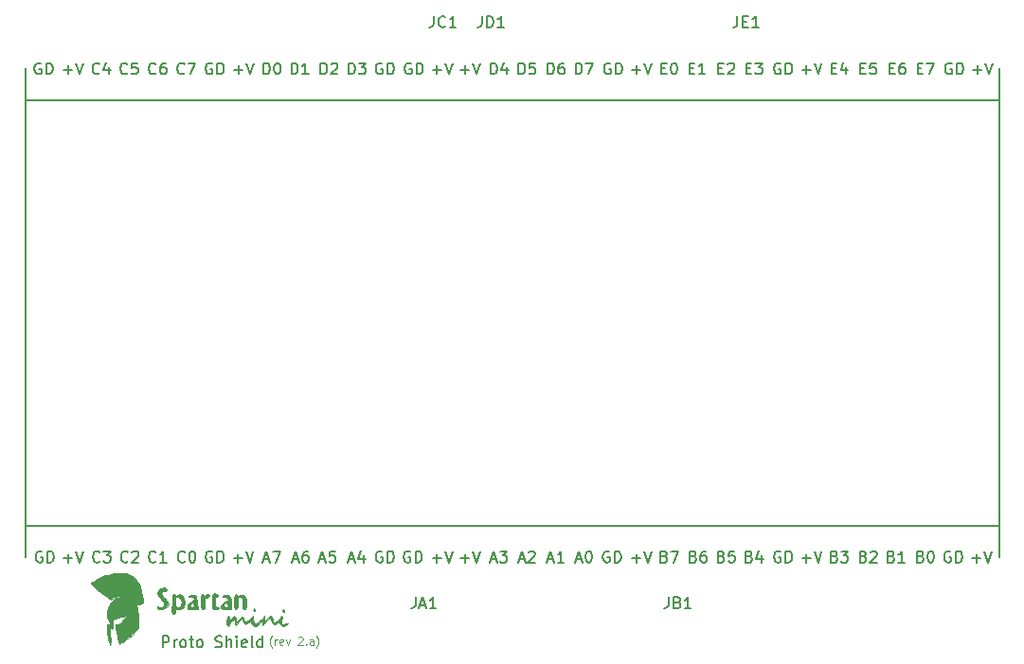
<source format=gto>
G04 #@! TF.GenerationSoftware,KiCad,Pcbnew,(2017-01-24 revision 0b6147e)-makepkg*
G04 #@! TF.CreationDate,2017-08-14T05:16:55-07:00*
G04 #@! TF.ProjectId,SpartanMiniProtoShield,5370617274616E4D696E6950726F746F,rev?*
G04 #@! TF.FileFunction,Legend,Top*
G04 #@! TF.FilePolarity,Positive*
%FSLAX46Y46*%
G04 Gerber Fmt 4.6, Leading zero omitted, Abs format (unit mm)*
G04 Created by KiCad (PCBNEW (2017-01-24 revision 0b6147e)-makepkg) date 08/14/17 05:16:55*
%MOMM*%
%LPD*%
G01*
G04 APERTURE LIST*
%ADD10C,0.100000*%
%ADD11C,0.150000*%
%ADD12C,0.200000*%
%ADD13C,0.010000*%
%ADD14O,2.000000X2.000000*%
%ADD15O,2.127200X2.127200*%
%ADD16R,2.127200X2.127200*%
%ADD17C,2.127200*%
%ADD18C,3.100000*%
G04 APERTURE END LIST*
D10*
D11*
X117990476Y-130471428D02*
X118752380Y-130471428D01*
X118371428Y-130852380D02*
X118371428Y-130090476D01*
X119085714Y-129852380D02*
X119419047Y-130852380D01*
X119752380Y-129852380D01*
X116061904Y-129900000D02*
X115966666Y-129852380D01*
X115823809Y-129852380D01*
X115680952Y-129900000D01*
X115585714Y-129995238D01*
X115538095Y-130090476D01*
X115490476Y-130280952D01*
X115490476Y-130423809D01*
X115538095Y-130614285D01*
X115585714Y-130709523D01*
X115680952Y-130804761D01*
X115823809Y-130852380D01*
X115919047Y-130852380D01*
X116061904Y-130804761D01*
X116109523Y-130757142D01*
X116109523Y-130423809D01*
X115919047Y-130423809D01*
X116538095Y-130852380D02*
X116538095Y-129852380D01*
X116776190Y-129852380D01*
X116919047Y-129900000D01*
X117014285Y-129995238D01*
X117061904Y-130090476D01*
X117109523Y-130280952D01*
X117109523Y-130423809D01*
X117061904Y-130614285D01*
X117014285Y-130709523D01*
X116919047Y-130804761D01*
X116776190Y-130852380D01*
X116538095Y-130852380D01*
X113395238Y-130328571D02*
X113538095Y-130376190D01*
X113585714Y-130423809D01*
X113633333Y-130519047D01*
X113633333Y-130661904D01*
X113585714Y-130757142D01*
X113538095Y-130804761D01*
X113442857Y-130852380D01*
X113061904Y-130852380D01*
X113061904Y-129852380D01*
X113395238Y-129852380D01*
X113490476Y-129900000D01*
X113538095Y-129947619D01*
X113585714Y-130042857D01*
X113585714Y-130138095D01*
X113538095Y-130233333D01*
X113490476Y-130280952D01*
X113395238Y-130328571D01*
X113061904Y-130328571D01*
X114252380Y-129852380D02*
X114347619Y-129852380D01*
X114442857Y-129900000D01*
X114490476Y-129947619D01*
X114538095Y-130042857D01*
X114585714Y-130233333D01*
X114585714Y-130471428D01*
X114538095Y-130661904D01*
X114490476Y-130757142D01*
X114442857Y-130804761D01*
X114347619Y-130852380D01*
X114252380Y-130852380D01*
X114157142Y-130804761D01*
X114109523Y-130757142D01*
X114061904Y-130661904D01*
X114014285Y-130471428D01*
X114014285Y-130233333D01*
X114061904Y-130042857D01*
X114109523Y-129947619D01*
X114157142Y-129900000D01*
X114252380Y-129852380D01*
X110795238Y-130328571D02*
X110938095Y-130376190D01*
X110985714Y-130423809D01*
X111033333Y-130519047D01*
X111033333Y-130661904D01*
X110985714Y-130757142D01*
X110938095Y-130804761D01*
X110842857Y-130852380D01*
X110461904Y-130852380D01*
X110461904Y-129852380D01*
X110795238Y-129852380D01*
X110890476Y-129900000D01*
X110938095Y-129947619D01*
X110985714Y-130042857D01*
X110985714Y-130138095D01*
X110938095Y-130233333D01*
X110890476Y-130280952D01*
X110795238Y-130328571D01*
X110461904Y-130328571D01*
X111985714Y-130852380D02*
X111414285Y-130852380D01*
X111700000Y-130852380D02*
X111700000Y-129852380D01*
X111604761Y-129995238D01*
X111509523Y-130090476D01*
X111414285Y-130138095D01*
X108295238Y-130328571D02*
X108438095Y-130376190D01*
X108485714Y-130423809D01*
X108533333Y-130519047D01*
X108533333Y-130661904D01*
X108485714Y-130757142D01*
X108438095Y-130804761D01*
X108342857Y-130852380D01*
X107961904Y-130852380D01*
X107961904Y-129852380D01*
X108295238Y-129852380D01*
X108390476Y-129900000D01*
X108438095Y-129947619D01*
X108485714Y-130042857D01*
X108485714Y-130138095D01*
X108438095Y-130233333D01*
X108390476Y-130280952D01*
X108295238Y-130328571D01*
X107961904Y-130328571D01*
X108914285Y-129947619D02*
X108961904Y-129900000D01*
X109057142Y-129852380D01*
X109295238Y-129852380D01*
X109390476Y-129900000D01*
X109438095Y-129947619D01*
X109485714Y-130042857D01*
X109485714Y-130138095D01*
X109438095Y-130280952D01*
X108866666Y-130852380D01*
X109485714Y-130852380D01*
X105695238Y-130328571D02*
X105838095Y-130376190D01*
X105885714Y-130423809D01*
X105933333Y-130519047D01*
X105933333Y-130661904D01*
X105885714Y-130757142D01*
X105838095Y-130804761D01*
X105742857Y-130852380D01*
X105361904Y-130852380D01*
X105361904Y-129852380D01*
X105695238Y-129852380D01*
X105790476Y-129900000D01*
X105838095Y-129947619D01*
X105885714Y-130042857D01*
X105885714Y-130138095D01*
X105838095Y-130233333D01*
X105790476Y-130280952D01*
X105695238Y-130328571D01*
X105361904Y-130328571D01*
X106266666Y-129852380D02*
X106885714Y-129852380D01*
X106552380Y-130233333D01*
X106695238Y-130233333D01*
X106790476Y-130280952D01*
X106838095Y-130328571D01*
X106885714Y-130423809D01*
X106885714Y-130661904D01*
X106838095Y-130757142D01*
X106790476Y-130804761D01*
X106695238Y-130852380D01*
X106409523Y-130852380D01*
X106314285Y-130804761D01*
X106266666Y-130757142D01*
X102790476Y-130471428D02*
X103552380Y-130471428D01*
X103171428Y-130852380D02*
X103171428Y-130090476D01*
X103885714Y-129852380D02*
X104219047Y-130852380D01*
X104552380Y-129852380D01*
X100861904Y-129900000D02*
X100766666Y-129852380D01*
X100623809Y-129852380D01*
X100480952Y-129900000D01*
X100385714Y-129995238D01*
X100338095Y-130090476D01*
X100290476Y-130280952D01*
X100290476Y-130423809D01*
X100338095Y-130614285D01*
X100385714Y-130709523D01*
X100480952Y-130804761D01*
X100623809Y-130852380D01*
X100719047Y-130852380D01*
X100861904Y-130804761D01*
X100909523Y-130757142D01*
X100909523Y-130423809D01*
X100719047Y-130423809D01*
X101338095Y-130852380D02*
X101338095Y-129852380D01*
X101576190Y-129852380D01*
X101719047Y-129900000D01*
X101814285Y-129995238D01*
X101861904Y-130090476D01*
X101909523Y-130280952D01*
X101909523Y-130423809D01*
X101861904Y-130614285D01*
X101814285Y-130709523D01*
X101719047Y-130804761D01*
X101576190Y-130852380D01*
X101338095Y-130852380D01*
X98095238Y-130328571D02*
X98238095Y-130376190D01*
X98285714Y-130423809D01*
X98333333Y-130519047D01*
X98333333Y-130661904D01*
X98285714Y-130757142D01*
X98238095Y-130804761D01*
X98142857Y-130852380D01*
X97761904Y-130852380D01*
X97761904Y-129852380D01*
X98095238Y-129852380D01*
X98190476Y-129900000D01*
X98238095Y-129947619D01*
X98285714Y-130042857D01*
X98285714Y-130138095D01*
X98238095Y-130233333D01*
X98190476Y-130280952D01*
X98095238Y-130328571D01*
X97761904Y-130328571D01*
X99190476Y-130185714D02*
X99190476Y-130852380D01*
X98952380Y-129804761D02*
X98714285Y-130519047D01*
X99333333Y-130519047D01*
X95595238Y-130328571D02*
X95738095Y-130376190D01*
X95785714Y-130423809D01*
X95833333Y-130519047D01*
X95833333Y-130661904D01*
X95785714Y-130757142D01*
X95738095Y-130804761D01*
X95642857Y-130852380D01*
X95261904Y-130852380D01*
X95261904Y-129852380D01*
X95595238Y-129852380D01*
X95690476Y-129900000D01*
X95738095Y-129947619D01*
X95785714Y-130042857D01*
X95785714Y-130138095D01*
X95738095Y-130233333D01*
X95690476Y-130280952D01*
X95595238Y-130328571D01*
X95261904Y-130328571D01*
X96738095Y-129852380D02*
X96261904Y-129852380D01*
X96214285Y-130328571D01*
X96261904Y-130280952D01*
X96357142Y-130233333D01*
X96595238Y-130233333D01*
X96690476Y-130280952D01*
X96738095Y-130328571D01*
X96785714Y-130423809D01*
X96785714Y-130661904D01*
X96738095Y-130757142D01*
X96690476Y-130804761D01*
X96595238Y-130852380D01*
X96357142Y-130852380D01*
X96261904Y-130804761D01*
X96214285Y-130757142D01*
X93095238Y-130328571D02*
X93238095Y-130376190D01*
X93285714Y-130423809D01*
X93333333Y-130519047D01*
X93333333Y-130661904D01*
X93285714Y-130757142D01*
X93238095Y-130804761D01*
X93142857Y-130852380D01*
X92761904Y-130852380D01*
X92761904Y-129852380D01*
X93095238Y-129852380D01*
X93190476Y-129900000D01*
X93238095Y-129947619D01*
X93285714Y-130042857D01*
X93285714Y-130138095D01*
X93238095Y-130233333D01*
X93190476Y-130280952D01*
X93095238Y-130328571D01*
X92761904Y-130328571D01*
X94190476Y-129852380D02*
X94000000Y-129852380D01*
X93904761Y-129900000D01*
X93857142Y-129947619D01*
X93761904Y-130090476D01*
X93714285Y-130280952D01*
X93714285Y-130661904D01*
X93761904Y-130757142D01*
X93809523Y-130804761D01*
X93904761Y-130852380D01*
X94095238Y-130852380D01*
X94190476Y-130804761D01*
X94238095Y-130757142D01*
X94285714Y-130661904D01*
X94285714Y-130423809D01*
X94238095Y-130328571D01*
X94190476Y-130280952D01*
X94095238Y-130233333D01*
X93904761Y-130233333D01*
X93809523Y-130280952D01*
X93761904Y-130328571D01*
X93714285Y-130423809D01*
X90495238Y-130328571D02*
X90638095Y-130376190D01*
X90685714Y-130423809D01*
X90733333Y-130519047D01*
X90733333Y-130661904D01*
X90685714Y-130757142D01*
X90638095Y-130804761D01*
X90542857Y-130852380D01*
X90161904Y-130852380D01*
X90161904Y-129852380D01*
X90495238Y-129852380D01*
X90590476Y-129900000D01*
X90638095Y-129947619D01*
X90685714Y-130042857D01*
X90685714Y-130138095D01*
X90638095Y-130233333D01*
X90590476Y-130280952D01*
X90495238Y-130328571D01*
X90161904Y-130328571D01*
X91066666Y-129852380D02*
X91733333Y-129852380D01*
X91304761Y-130852380D01*
X87590476Y-130471428D02*
X88352380Y-130471428D01*
X87971428Y-130852380D02*
X87971428Y-130090476D01*
X88685714Y-129852380D02*
X89019047Y-130852380D01*
X89352380Y-129852380D01*
X85561904Y-129900000D02*
X85466666Y-129852380D01*
X85323809Y-129852380D01*
X85180952Y-129900000D01*
X85085714Y-129995238D01*
X85038095Y-130090476D01*
X84990476Y-130280952D01*
X84990476Y-130423809D01*
X85038095Y-130614285D01*
X85085714Y-130709523D01*
X85180952Y-130804761D01*
X85323809Y-130852380D01*
X85419047Y-130852380D01*
X85561904Y-130804761D01*
X85609523Y-130757142D01*
X85609523Y-130423809D01*
X85419047Y-130423809D01*
X86038095Y-130852380D02*
X86038095Y-129852380D01*
X86276190Y-129852380D01*
X86419047Y-129900000D01*
X86514285Y-129995238D01*
X86561904Y-130090476D01*
X86609523Y-130280952D01*
X86609523Y-130423809D01*
X86561904Y-130614285D01*
X86514285Y-130709523D01*
X86419047Y-130804761D01*
X86276190Y-130852380D01*
X86038095Y-130852380D01*
X82585714Y-130566666D02*
X83061904Y-130566666D01*
X82490476Y-130852380D02*
X82823809Y-129852380D01*
X83157142Y-130852380D01*
X83680952Y-129852380D02*
X83776190Y-129852380D01*
X83871428Y-129900000D01*
X83919047Y-129947619D01*
X83966666Y-130042857D01*
X84014285Y-130233333D01*
X84014285Y-130471428D01*
X83966666Y-130661904D01*
X83919047Y-130757142D01*
X83871428Y-130804761D01*
X83776190Y-130852380D01*
X83680952Y-130852380D01*
X83585714Y-130804761D01*
X83538095Y-130757142D01*
X83490476Y-130661904D01*
X83442857Y-130471428D01*
X83442857Y-130233333D01*
X83490476Y-130042857D01*
X83538095Y-129947619D01*
X83585714Y-129900000D01*
X83680952Y-129852380D01*
X80085714Y-130566666D02*
X80561904Y-130566666D01*
X79990476Y-130852380D02*
X80323809Y-129852380D01*
X80657142Y-130852380D01*
X81514285Y-130852380D02*
X80942857Y-130852380D01*
X81228571Y-130852380D02*
X81228571Y-129852380D01*
X81133333Y-129995238D01*
X81038095Y-130090476D01*
X80942857Y-130138095D01*
X77485714Y-130566666D02*
X77961904Y-130566666D01*
X77390476Y-130852380D02*
X77723809Y-129852380D01*
X78057142Y-130852380D01*
X78342857Y-129947619D02*
X78390476Y-129900000D01*
X78485714Y-129852380D01*
X78723809Y-129852380D01*
X78819047Y-129900000D01*
X78866666Y-129947619D01*
X78914285Y-130042857D01*
X78914285Y-130138095D01*
X78866666Y-130280952D01*
X78295238Y-130852380D01*
X78914285Y-130852380D01*
X74985714Y-130566666D02*
X75461904Y-130566666D01*
X74890476Y-130852380D02*
X75223809Y-129852380D01*
X75557142Y-130852380D01*
X75795238Y-129852380D02*
X76414285Y-129852380D01*
X76080952Y-130233333D01*
X76223809Y-130233333D01*
X76319047Y-130280952D01*
X76366666Y-130328571D01*
X76414285Y-130423809D01*
X76414285Y-130661904D01*
X76366666Y-130757142D01*
X76319047Y-130804761D01*
X76223809Y-130852380D01*
X75938095Y-130852380D01*
X75842857Y-130804761D01*
X75795238Y-130757142D01*
X72290476Y-130471428D02*
X73052380Y-130471428D01*
X72671428Y-130852380D02*
X72671428Y-130090476D01*
X73385714Y-129852380D02*
X73719047Y-130852380D01*
X74052380Y-129852380D01*
X69790476Y-130471428D02*
X70552380Y-130471428D01*
X70171428Y-130852380D02*
X70171428Y-130090476D01*
X70885714Y-129852380D02*
X71219047Y-130852380D01*
X71552380Y-129852380D01*
X67761904Y-129900000D02*
X67666666Y-129852380D01*
X67523809Y-129852380D01*
X67380952Y-129900000D01*
X67285714Y-129995238D01*
X67238095Y-130090476D01*
X67190476Y-130280952D01*
X67190476Y-130423809D01*
X67238095Y-130614285D01*
X67285714Y-130709523D01*
X67380952Y-130804761D01*
X67523809Y-130852380D01*
X67619047Y-130852380D01*
X67761904Y-130804761D01*
X67809523Y-130757142D01*
X67809523Y-130423809D01*
X67619047Y-130423809D01*
X68238095Y-130852380D02*
X68238095Y-129852380D01*
X68476190Y-129852380D01*
X68619047Y-129900000D01*
X68714285Y-129995238D01*
X68761904Y-130090476D01*
X68809523Y-130280952D01*
X68809523Y-130423809D01*
X68761904Y-130614285D01*
X68714285Y-130709523D01*
X68619047Y-130804761D01*
X68476190Y-130852380D01*
X68238095Y-130852380D01*
X65261904Y-129900000D02*
X65166666Y-129852380D01*
X65023809Y-129852380D01*
X64880952Y-129900000D01*
X64785714Y-129995238D01*
X64738095Y-130090476D01*
X64690476Y-130280952D01*
X64690476Y-130423809D01*
X64738095Y-130614285D01*
X64785714Y-130709523D01*
X64880952Y-130804761D01*
X65023809Y-130852380D01*
X65119047Y-130852380D01*
X65261904Y-130804761D01*
X65309523Y-130757142D01*
X65309523Y-130423809D01*
X65119047Y-130423809D01*
X65738095Y-130852380D02*
X65738095Y-129852380D01*
X65976190Y-129852380D01*
X66119047Y-129900000D01*
X66214285Y-129995238D01*
X66261904Y-130090476D01*
X66309523Y-130280952D01*
X66309523Y-130423809D01*
X66261904Y-130614285D01*
X66214285Y-130709523D01*
X66119047Y-130804761D01*
X65976190Y-130852380D01*
X65738095Y-130852380D01*
X62285714Y-130566666D02*
X62761904Y-130566666D01*
X62190476Y-130852380D02*
X62523809Y-129852380D01*
X62857142Y-130852380D01*
X63619047Y-130185714D02*
X63619047Y-130852380D01*
X63380952Y-129804761D02*
X63142857Y-130519047D01*
X63761904Y-130519047D01*
X59685714Y-130566666D02*
X60161904Y-130566666D01*
X59590476Y-130852380D02*
X59923809Y-129852380D01*
X60257142Y-130852380D01*
X61066666Y-129852380D02*
X60590476Y-129852380D01*
X60542857Y-130328571D01*
X60590476Y-130280952D01*
X60685714Y-130233333D01*
X60923809Y-130233333D01*
X61019047Y-130280952D01*
X61066666Y-130328571D01*
X61114285Y-130423809D01*
X61114285Y-130661904D01*
X61066666Y-130757142D01*
X61019047Y-130804761D01*
X60923809Y-130852380D01*
X60685714Y-130852380D01*
X60590476Y-130804761D01*
X60542857Y-130757142D01*
X57285714Y-130566666D02*
X57761904Y-130566666D01*
X57190476Y-130852380D02*
X57523809Y-129852380D01*
X57857142Y-130852380D01*
X58619047Y-129852380D02*
X58428571Y-129852380D01*
X58333333Y-129900000D01*
X58285714Y-129947619D01*
X58190476Y-130090476D01*
X58142857Y-130280952D01*
X58142857Y-130661904D01*
X58190476Y-130757142D01*
X58238095Y-130804761D01*
X58333333Y-130852380D01*
X58523809Y-130852380D01*
X58619047Y-130804761D01*
X58666666Y-130757142D01*
X58714285Y-130661904D01*
X58714285Y-130423809D01*
X58666666Y-130328571D01*
X58619047Y-130280952D01*
X58523809Y-130233333D01*
X58333333Y-130233333D01*
X58238095Y-130280952D01*
X58190476Y-130328571D01*
X58142857Y-130423809D01*
X54685714Y-130566666D02*
X55161904Y-130566666D01*
X54590476Y-130852380D02*
X54923809Y-129852380D01*
X55257142Y-130852380D01*
X55495238Y-129852380D02*
X56161904Y-129852380D01*
X55733333Y-130852380D01*
X51990476Y-130471428D02*
X52752380Y-130471428D01*
X52371428Y-130852380D02*
X52371428Y-130090476D01*
X53085714Y-129852380D02*
X53419047Y-130852380D01*
X53752380Y-129852380D01*
X50061904Y-129900000D02*
X49966666Y-129852380D01*
X49823809Y-129852380D01*
X49680952Y-129900000D01*
X49585714Y-129995238D01*
X49538095Y-130090476D01*
X49490476Y-130280952D01*
X49490476Y-130423809D01*
X49538095Y-130614285D01*
X49585714Y-130709523D01*
X49680952Y-130804761D01*
X49823809Y-130852380D01*
X49919047Y-130852380D01*
X50061904Y-130804761D01*
X50109523Y-130757142D01*
X50109523Y-130423809D01*
X49919047Y-130423809D01*
X50538095Y-130852380D02*
X50538095Y-129852380D01*
X50776190Y-129852380D01*
X50919047Y-129900000D01*
X51014285Y-129995238D01*
X51061904Y-130090476D01*
X51109523Y-130280952D01*
X51109523Y-130423809D01*
X51061904Y-130614285D01*
X51014285Y-130709523D01*
X50919047Y-130804761D01*
X50776190Y-130852380D01*
X50538095Y-130852380D01*
X47633333Y-130757142D02*
X47585714Y-130804761D01*
X47442857Y-130852380D01*
X47347619Y-130852380D01*
X47204761Y-130804761D01*
X47109523Y-130709523D01*
X47061904Y-130614285D01*
X47014285Y-130423809D01*
X47014285Y-130280952D01*
X47061904Y-130090476D01*
X47109523Y-129995238D01*
X47204761Y-129900000D01*
X47347619Y-129852380D01*
X47442857Y-129852380D01*
X47585714Y-129900000D01*
X47633333Y-129947619D01*
X48252380Y-129852380D02*
X48347619Y-129852380D01*
X48442857Y-129900000D01*
X48490476Y-129947619D01*
X48538095Y-130042857D01*
X48585714Y-130233333D01*
X48585714Y-130471428D01*
X48538095Y-130661904D01*
X48490476Y-130757142D01*
X48442857Y-130804761D01*
X48347619Y-130852380D01*
X48252380Y-130852380D01*
X48157142Y-130804761D01*
X48109523Y-130757142D01*
X48061904Y-130661904D01*
X48014285Y-130471428D01*
X48014285Y-130233333D01*
X48061904Y-130042857D01*
X48109523Y-129947619D01*
X48157142Y-129900000D01*
X48252380Y-129852380D01*
X45033333Y-130757142D02*
X44985714Y-130804761D01*
X44842857Y-130852380D01*
X44747619Y-130852380D01*
X44604761Y-130804761D01*
X44509523Y-130709523D01*
X44461904Y-130614285D01*
X44414285Y-130423809D01*
X44414285Y-130280952D01*
X44461904Y-130090476D01*
X44509523Y-129995238D01*
X44604761Y-129900000D01*
X44747619Y-129852380D01*
X44842857Y-129852380D01*
X44985714Y-129900000D01*
X45033333Y-129947619D01*
X45985714Y-130852380D02*
X45414285Y-130852380D01*
X45700000Y-130852380D02*
X45700000Y-129852380D01*
X45604761Y-129995238D01*
X45509523Y-130090476D01*
X45414285Y-130138095D01*
X42533333Y-130757142D02*
X42485714Y-130804761D01*
X42342857Y-130852380D01*
X42247619Y-130852380D01*
X42104761Y-130804761D01*
X42009523Y-130709523D01*
X41961904Y-130614285D01*
X41914285Y-130423809D01*
X41914285Y-130280952D01*
X41961904Y-130090476D01*
X42009523Y-129995238D01*
X42104761Y-129900000D01*
X42247619Y-129852380D01*
X42342857Y-129852380D01*
X42485714Y-129900000D01*
X42533333Y-129947619D01*
X42914285Y-129947619D02*
X42961904Y-129900000D01*
X43057142Y-129852380D01*
X43295238Y-129852380D01*
X43390476Y-129900000D01*
X43438095Y-129947619D01*
X43485714Y-130042857D01*
X43485714Y-130138095D01*
X43438095Y-130280952D01*
X42866666Y-130852380D01*
X43485714Y-130852380D01*
X40033333Y-130757142D02*
X39985714Y-130804761D01*
X39842857Y-130852380D01*
X39747619Y-130852380D01*
X39604761Y-130804761D01*
X39509523Y-130709523D01*
X39461904Y-130614285D01*
X39414285Y-130423809D01*
X39414285Y-130280952D01*
X39461904Y-130090476D01*
X39509523Y-129995238D01*
X39604761Y-129900000D01*
X39747619Y-129852380D01*
X39842857Y-129852380D01*
X39985714Y-129900000D01*
X40033333Y-129947619D01*
X40366666Y-129852380D02*
X40985714Y-129852380D01*
X40652380Y-130233333D01*
X40795238Y-130233333D01*
X40890476Y-130280952D01*
X40938095Y-130328571D01*
X40985714Y-130423809D01*
X40985714Y-130661904D01*
X40938095Y-130757142D01*
X40890476Y-130804761D01*
X40795238Y-130852380D01*
X40509523Y-130852380D01*
X40414285Y-130804761D01*
X40366666Y-130757142D01*
X36790476Y-130471428D02*
X37552380Y-130471428D01*
X37171428Y-130852380D02*
X37171428Y-130090476D01*
X37885714Y-129852380D02*
X38219047Y-130852380D01*
X38552380Y-129852380D01*
X34861904Y-129900000D02*
X34766666Y-129852380D01*
X34623809Y-129852380D01*
X34480952Y-129900000D01*
X34385714Y-129995238D01*
X34338095Y-130090476D01*
X34290476Y-130280952D01*
X34290476Y-130423809D01*
X34338095Y-130614285D01*
X34385714Y-130709523D01*
X34480952Y-130804761D01*
X34623809Y-130852380D01*
X34719047Y-130852380D01*
X34861904Y-130804761D01*
X34909523Y-130757142D01*
X34909523Y-130423809D01*
X34719047Y-130423809D01*
X35338095Y-130852380D02*
X35338095Y-129852380D01*
X35576190Y-129852380D01*
X35719047Y-129900000D01*
X35814285Y-129995238D01*
X35861904Y-130090476D01*
X35909523Y-130280952D01*
X35909523Y-130423809D01*
X35861904Y-130614285D01*
X35814285Y-130709523D01*
X35719047Y-130804761D01*
X35576190Y-130852380D01*
X35338095Y-130852380D01*
X34761904Y-86200000D02*
X34666666Y-86152380D01*
X34523809Y-86152380D01*
X34380952Y-86200000D01*
X34285714Y-86295238D01*
X34238095Y-86390476D01*
X34190476Y-86580952D01*
X34190476Y-86723809D01*
X34238095Y-86914285D01*
X34285714Y-87009523D01*
X34380952Y-87104761D01*
X34523809Y-87152380D01*
X34619047Y-87152380D01*
X34761904Y-87104761D01*
X34809523Y-87057142D01*
X34809523Y-86723809D01*
X34619047Y-86723809D01*
X35238095Y-87152380D02*
X35238095Y-86152380D01*
X35476190Y-86152380D01*
X35619047Y-86200000D01*
X35714285Y-86295238D01*
X35761904Y-86390476D01*
X35809523Y-86580952D01*
X35809523Y-86723809D01*
X35761904Y-86914285D01*
X35714285Y-87009523D01*
X35619047Y-87104761D01*
X35476190Y-87152380D01*
X35238095Y-87152380D01*
X36790476Y-86771428D02*
X37552380Y-86771428D01*
X37171428Y-87152380D02*
X37171428Y-86390476D01*
X37885714Y-86152380D02*
X38219047Y-87152380D01*
X38552380Y-86152380D01*
X118090476Y-86771428D02*
X118852380Y-86771428D01*
X118471428Y-87152380D02*
X118471428Y-86390476D01*
X119185714Y-86152380D02*
X119519047Y-87152380D01*
X119852380Y-86152380D01*
X116161904Y-86200000D02*
X116066666Y-86152380D01*
X115923809Y-86152380D01*
X115780952Y-86200000D01*
X115685714Y-86295238D01*
X115638095Y-86390476D01*
X115590476Y-86580952D01*
X115590476Y-86723809D01*
X115638095Y-86914285D01*
X115685714Y-87009523D01*
X115780952Y-87104761D01*
X115923809Y-87152380D01*
X116019047Y-87152380D01*
X116161904Y-87104761D01*
X116209523Y-87057142D01*
X116209523Y-86723809D01*
X116019047Y-86723809D01*
X116638095Y-87152380D02*
X116638095Y-86152380D01*
X116876190Y-86152380D01*
X117019047Y-86200000D01*
X117114285Y-86295238D01*
X117161904Y-86390476D01*
X117209523Y-86580952D01*
X117209523Y-86723809D01*
X117161904Y-86914285D01*
X117114285Y-87009523D01*
X117019047Y-87104761D01*
X116876190Y-87152380D01*
X116638095Y-87152380D01*
X113109523Y-86628571D02*
X113442857Y-86628571D01*
X113585714Y-87152380D02*
X113109523Y-87152380D01*
X113109523Y-86152380D01*
X113585714Y-86152380D01*
X113919047Y-86152380D02*
X114585714Y-86152380D01*
X114157142Y-87152380D01*
X110609523Y-86628571D02*
X110942857Y-86628571D01*
X111085714Y-87152380D02*
X110609523Y-87152380D01*
X110609523Y-86152380D01*
X111085714Y-86152380D01*
X111942857Y-86152380D02*
X111752380Y-86152380D01*
X111657142Y-86200000D01*
X111609523Y-86247619D01*
X111514285Y-86390476D01*
X111466666Y-86580952D01*
X111466666Y-86961904D01*
X111514285Y-87057142D01*
X111561904Y-87104761D01*
X111657142Y-87152380D01*
X111847619Y-87152380D01*
X111942857Y-87104761D01*
X111990476Y-87057142D01*
X112038095Y-86961904D01*
X112038095Y-86723809D01*
X111990476Y-86628571D01*
X111942857Y-86580952D01*
X111847619Y-86533333D01*
X111657142Y-86533333D01*
X111561904Y-86580952D01*
X111514285Y-86628571D01*
X111466666Y-86723809D01*
X108009523Y-86628571D02*
X108342857Y-86628571D01*
X108485714Y-87152380D02*
X108009523Y-87152380D01*
X108009523Y-86152380D01*
X108485714Y-86152380D01*
X109390476Y-86152380D02*
X108914285Y-86152380D01*
X108866666Y-86628571D01*
X108914285Y-86580952D01*
X109009523Y-86533333D01*
X109247619Y-86533333D01*
X109342857Y-86580952D01*
X109390476Y-86628571D01*
X109438095Y-86723809D01*
X109438095Y-86961904D01*
X109390476Y-87057142D01*
X109342857Y-87104761D01*
X109247619Y-87152380D01*
X109009523Y-87152380D01*
X108914285Y-87104761D01*
X108866666Y-87057142D01*
X105409523Y-86628571D02*
X105742857Y-86628571D01*
X105885714Y-87152380D02*
X105409523Y-87152380D01*
X105409523Y-86152380D01*
X105885714Y-86152380D01*
X106742857Y-86485714D02*
X106742857Y-87152380D01*
X106504761Y-86104761D02*
X106266666Y-86819047D01*
X106885714Y-86819047D01*
X102790476Y-86771428D02*
X103552380Y-86771428D01*
X103171428Y-87152380D02*
X103171428Y-86390476D01*
X103885714Y-86152380D02*
X104219047Y-87152380D01*
X104552380Y-86152380D01*
X100861904Y-86200000D02*
X100766666Y-86152380D01*
X100623809Y-86152380D01*
X100480952Y-86200000D01*
X100385714Y-86295238D01*
X100338095Y-86390476D01*
X100290476Y-86580952D01*
X100290476Y-86723809D01*
X100338095Y-86914285D01*
X100385714Y-87009523D01*
X100480952Y-87104761D01*
X100623809Y-87152380D01*
X100719047Y-87152380D01*
X100861904Y-87104761D01*
X100909523Y-87057142D01*
X100909523Y-86723809D01*
X100719047Y-86723809D01*
X101338095Y-87152380D02*
X101338095Y-86152380D01*
X101576190Y-86152380D01*
X101719047Y-86200000D01*
X101814285Y-86295238D01*
X101861904Y-86390476D01*
X101909523Y-86580952D01*
X101909523Y-86723809D01*
X101861904Y-86914285D01*
X101814285Y-87009523D01*
X101719047Y-87104761D01*
X101576190Y-87152380D01*
X101338095Y-87152380D01*
X97809523Y-86628571D02*
X98142857Y-86628571D01*
X98285714Y-87152380D02*
X97809523Y-87152380D01*
X97809523Y-86152380D01*
X98285714Y-86152380D01*
X98619047Y-86152380D02*
X99238095Y-86152380D01*
X98904761Y-86533333D01*
X99047619Y-86533333D01*
X99142857Y-86580952D01*
X99190476Y-86628571D01*
X99238095Y-86723809D01*
X99238095Y-86961904D01*
X99190476Y-87057142D01*
X99142857Y-87104761D01*
X99047619Y-87152380D01*
X98761904Y-87152380D01*
X98666666Y-87104761D01*
X98619047Y-87057142D01*
X95309523Y-86628571D02*
X95642857Y-86628571D01*
X95785714Y-87152380D02*
X95309523Y-87152380D01*
X95309523Y-86152380D01*
X95785714Y-86152380D01*
X96166666Y-86247619D02*
X96214285Y-86200000D01*
X96309523Y-86152380D01*
X96547619Y-86152380D01*
X96642857Y-86200000D01*
X96690476Y-86247619D01*
X96738095Y-86342857D01*
X96738095Y-86438095D01*
X96690476Y-86580952D01*
X96119047Y-87152380D01*
X96738095Y-87152380D01*
X92709523Y-86628571D02*
X93042857Y-86628571D01*
X93185714Y-87152380D02*
X92709523Y-87152380D01*
X92709523Y-86152380D01*
X93185714Y-86152380D01*
X94138095Y-87152380D02*
X93566666Y-87152380D01*
X93852380Y-87152380D02*
X93852380Y-86152380D01*
X93757142Y-86295238D01*
X93661904Y-86390476D01*
X93566666Y-86438095D01*
X90209523Y-86628571D02*
X90542857Y-86628571D01*
X90685714Y-87152380D02*
X90209523Y-87152380D01*
X90209523Y-86152380D01*
X90685714Y-86152380D01*
X91304761Y-86152380D02*
X91400000Y-86152380D01*
X91495238Y-86200000D01*
X91542857Y-86247619D01*
X91590476Y-86342857D01*
X91638095Y-86533333D01*
X91638095Y-86771428D01*
X91590476Y-86961904D01*
X91542857Y-87057142D01*
X91495238Y-87104761D01*
X91400000Y-87152380D01*
X91304761Y-87152380D01*
X91209523Y-87104761D01*
X91161904Y-87057142D01*
X91114285Y-86961904D01*
X91066666Y-86771428D01*
X91066666Y-86533333D01*
X91114285Y-86342857D01*
X91161904Y-86247619D01*
X91209523Y-86200000D01*
X91304761Y-86152380D01*
X87590476Y-86771428D02*
X88352380Y-86771428D01*
X87971428Y-87152380D02*
X87971428Y-86390476D01*
X88685714Y-86152380D02*
X89019047Y-87152380D01*
X89352380Y-86152380D01*
X85661904Y-86200000D02*
X85566666Y-86152380D01*
X85423809Y-86152380D01*
X85280952Y-86200000D01*
X85185714Y-86295238D01*
X85138095Y-86390476D01*
X85090476Y-86580952D01*
X85090476Y-86723809D01*
X85138095Y-86914285D01*
X85185714Y-87009523D01*
X85280952Y-87104761D01*
X85423809Y-87152380D01*
X85519047Y-87152380D01*
X85661904Y-87104761D01*
X85709523Y-87057142D01*
X85709523Y-86723809D01*
X85519047Y-86723809D01*
X86138095Y-87152380D02*
X86138095Y-86152380D01*
X86376190Y-86152380D01*
X86519047Y-86200000D01*
X86614285Y-86295238D01*
X86661904Y-86390476D01*
X86709523Y-86580952D01*
X86709523Y-86723809D01*
X86661904Y-86914285D01*
X86614285Y-87009523D01*
X86519047Y-87104761D01*
X86376190Y-87152380D01*
X86138095Y-87152380D01*
X82561904Y-87152380D02*
X82561904Y-86152380D01*
X82800000Y-86152380D01*
X82942857Y-86200000D01*
X83038095Y-86295238D01*
X83085714Y-86390476D01*
X83133333Y-86580952D01*
X83133333Y-86723809D01*
X83085714Y-86914285D01*
X83038095Y-87009523D01*
X82942857Y-87104761D01*
X82800000Y-87152380D01*
X82561904Y-87152380D01*
X83466666Y-86152380D02*
X84133333Y-86152380D01*
X83704761Y-87152380D01*
X80061904Y-87152380D02*
X80061904Y-86152380D01*
X80300000Y-86152380D01*
X80442857Y-86200000D01*
X80538095Y-86295238D01*
X80585714Y-86390476D01*
X80633333Y-86580952D01*
X80633333Y-86723809D01*
X80585714Y-86914285D01*
X80538095Y-87009523D01*
X80442857Y-87104761D01*
X80300000Y-87152380D01*
X80061904Y-87152380D01*
X81490476Y-86152380D02*
X81300000Y-86152380D01*
X81204761Y-86200000D01*
X81157142Y-86247619D01*
X81061904Y-86390476D01*
X81014285Y-86580952D01*
X81014285Y-86961904D01*
X81061904Y-87057142D01*
X81109523Y-87104761D01*
X81204761Y-87152380D01*
X81395238Y-87152380D01*
X81490476Y-87104761D01*
X81538095Y-87057142D01*
X81585714Y-86961904D01*
X81585714Y-86723809D01*
X81538095Y-86628571D01*
X81490476Y-86580952D01*
X81395238Y-86533333D01*
X81204761Y-86533333D01*
X81109523Y-86580952D01*
X81061904Y-86628571D01*
X81014285Y-86723809D01*
X77461904Y-87152380D02*
X77461904Y-86152380D01*
X77700000Y-86152380D01*
X77842857Y-86200000D01*
X77938095Y-86295238D01*
X77985714Y-86390476D01*
X78033333Y-86580952D01*
X78033333Y-86723809D01*
X77985714Y-86914285D01*
X77938095Y-87009523D01*
X77842857Y-87104761D01*
X77700000Y-87152380D01*
X77461904Y-87152380D01*
X78938095Y-86152380D02*
X78461904Y-86152380D01*
X78414285Y-86628571D01*
X78461904Y-86580952D01*
X78557142Y-86533333D01*
X78795238Y-86533333D01*
X78890476Y-86580952D01*
X78938095Y-86628571D01*
X78985714Y-86723809D01*
X78985714Y-86961904D01*
X78938095Y-87057142D01*
X78890476Y-87104761D01*
X78795238Y-87152380D01*
X78557142Y-87152380D01*
X78461904Y-87104761D01*
X78414285Y-87057142D01*
X74961904Y-87152380D02*
X74961904Y-86152380D01*
X75200000Y-86152380D01*
X75342857Y-86200000D01*
X75438095Y-86295238D01*
X75485714Y-86390476D01*
X75533333Y-86580952D01*
X75533333Y-86723809D01*
X75485714Y-86914285D01*
X75438095Y-87009523D01*
X75342857Y-87104761D01*
X75200000Y-87152380D01*
X74961904Y-87152380D01*
X76390476Y-86485714D02*
X76390476Y-87152380D01*
X76152380Y-86104761D02*
X75914285Y-86819047D01*
X76533333Y-86819047D01*
X72290476Y-86771428D02*
X73052380Y-86771428D01*
X72671428Y-87152380D02*
X72671428Y-86390476D01*
X73385714Y-86152380D02*
X73719047Y-87152380D01*
X74052380Y-86152380D01*
X69790476Y-86771428D02*
X70552380Y-86771428D01*
X70171428Y-87152380D02*
X70171428Y-86390476D01*
X70885714Y-86152380D02*
X71219047Y-87152380D01*
X71552380Y-86152380D01*
X67861904Y-86200000D02*
X67766666Y-86152380D01*
X67623809Y-86152380D01*
X67480952Y-86200000D01*
X67385714Y-86295238D01*
X67338095Y-86390476D01*
X67290476Y-86580952D01*
X67290476Y-86723809D01*
X67338095Y-86914285D01*
X67385714Y-87009523D01*
X67480952Y-87104761D01*
X67623809Y-87152380D01*
X67719047Y-87152380D01*
X67861904Y-87104761D01*
X67909523Y-87057142D01*
X67909523Y-86723809D01*
X67719047Y-86723809D01*
X68338095Y-87152380D02*
X68338095Y-86152380D01*
X68576190Y-86152380D01*
X68719047Y-86200000D01*
X68814285Y-86295238D01*
X68861904Y-86390476D01*
X68909523Y-86580952D01*
X68909523Y-86723809D01*
X68861904Y-86914285D01*
X68814285Y-87009523D01*
X68719047Y-87104761D01*
X68576190Y-87152380D01*
X68338095Y-87152380D01*
X65261904Y-86200000D02*
X65166666Y-86152380D01*
X65023809Y-86152380D01*
X64880952Y-86200000D01*
X64785714Y-86295238D01*
X64738095Y-86390476D01*
X64690476Y-86580952D01*
X64690476Y-86723809D01*
X64738095Y-86914285D01*
X64785714Y-87009523D01*
X64880952Y-87104761D01*
X65023809Y-87152380D01*
X65119047Y-87152380D01*
X65261904Y-87104761D01*
X65309523Y-87057142D01*
X65309523Y-86723809D01*
X65119047Y-86723809D01*
X65738095Y-87152380D02*
X65738095Y-86152380D01*
X65976190Y-86152380D01*
X66119047Y-86200000D01*
X66214285Y-86295238D01*
X66261904Y-86390476D01*
X66309523Y-86580952D01*
X66309523Y-86723809D01*
X66261904Y-86914285D01*
X66214285Y-87009523D01*
X66119047Y-87104761D01*
X65976190Y-87152380D01*
X65738095Y-87152380D01*
X62261904Y-87152380D02*
X62261904Y-86152380D01*
X62500000Y-86152380D01*
X62642857Y-86200000D01*
X62738095Y-86295238D01*
X62785714Y-86390476D01*
X62833333Y-86580952D01*
X62833333Y-86723809D01*
X62785714Y-86914285D01*
X62738095Y-87009523D01*
X62642857Y-87104761D01*
X62500000Y-87152380D01*
X62261904Y-87152380D01*
X63166666Y-86152380D02*
X63785714Y-86152380D01*
X63452380Y-86533333D01*
X63595238Y-86533333D01*
X63690476Y-86580952D01*
X63738095Y-86628571D01*
X63785714Y-86723809D01*
X63785714Y-86961904D01*
X63738095Y-87057142D01*
X63690476Y-87104761D01*
X63595238Y-87152380D01*
X63309523Y-87152380D01*
X63214285Y-87104761D01*
X63166666Y-87057142D01*
X59761904Y-87152380D02*
X59761904Y-86152380D01*
X60000000Y-86152380D01*
X60142857Y-86200000D01*
X60238095Y-86295238D01*
X60285714Y-86390476D01*
X60333333Y-86580952D01*
X60333333Y-86723809D01*
X60285714Y-86914285D01*
X60238095Y-87009523D01*
X60142857Y-87104761D01*
X60000000Y-87152380D01*
X59761904Y-87152380D01*
X60714285Y-86247619D02*
X60761904Y-86200000D01*
X60857142Y-86152380D01*
X61095238Y-86152380D01*
X61190476Y-86200000D01*
X61238095Y-86247619D01*
X61285714Y-86342857D01*
X61285714Y-86438095D01*
X61238095Y-86580952D01*
X60666666Y-87152380D01*
X61285714Y-87152380D01*
X52040476Y-86771428D02*
X52802380Y-86771428D01*
X52421428Y-87152380D02*
X52421428Y-86390476D01*
X53135714Y-86152380D02*
X53469047Y-87152380D01*
X53802380Y-86152380D01*
X54661904Y-87152380D02*
X54661904Y-86152380D01*
X54900000Y-86152380D01*
X55042857Y-86200000D01*
X55138095Y-86295238D01*
X55185714Y-86390476D01*
X55233333Y-86580952D01*
X55233333Y-86723809D01*
X55185714Y-86914285D01*
X55138095Y-87009523D01*
X55042857Y-87104761D01*
X54900000Y-87152380D01*
X54661904Y-87152380D01*
X55852380Y-86152380D02*
X55947619Y-86152380D01*
X56042857Y-86200000D01*
X56090476Y-86247619D01*
X56138095Y-86342857D01*
X56185714Y-86533333D01*
X56185714Y-86771428D01*
X56138095Y-86961904D01*
X56090476Y-87057142D01*
X56042857Y-87104761D01*
X55947619Y-87152380D01*
X55852380Y-87152380D01*
X55757142Y-87104761D01*
X55709523Y-87057142D01*
X55661904Y-86961904D01*
X55614285Y-86771428D01*
X55614285Y-86533333D01*
X55661904Y-86342857D01*
X55709523Y-86247619D01*
X55757142Y-86200000D01*
X55852380Y-86152380D01*
X50061904Y-86200000D02*
X49966666Y-86152380D01*
X49823809Y-86152380D01*
X49680952Y-86200000D01*
X49585714Y-86295238D01*
X49538095Y-86390476D01*
X49490476Y-86580952D01*
X49490476Y-86723809D01*
X49538095Y-86914285D01*
X49585714Y-87009523D01*
X49680952Y-87104761D01*
X49823809Y-87152380D01*
X49919047Y-87152380D01*
X50061904Y-87104761D01*
X50109523Y-87057142D01*
X50109523Y-86723809D01*
X49919047Y-86723809D01*
X50538095Y-87152380D02*
X50538095Y-86152380D01*
X50776190Y-86152380D01*
X50919047Y-86200000D01*
X51014285Y-86295238D01*
X51061904Y-86390476D01*
X51109523Y-86580952D01*
X51109523Y-86723809D01*
X51061904Y-86914285D01*
X51014285Y-87009523D01*
X50919047Y-87104761D01*
X50776190Y-87152380D01*
X50538095Y-87152380D01*
X57161904Y-87152380D02*
X57161904Y-86152380D01*
X57400000Y-86152380D01*
X57542857Y-86200000D01*
X57638095Y-86295238D01*
X57685714Y-86390476D01*
X57733333Y-86580952D01*
X57733333Y-86723809D01*
X57685714Y-86914285D01*
X57638095Y-87009523D01*
X57542857Y-87104761D01*
X57400000Y-87152380D01*
X57161904Y-87152380D01*
X58685714Y-87152380D02*
X58114285Y-87152380D01*
X58400000Y-87152380D02*
X58400000Y-86152380D01*
X58304761Y-86295238D01*
X58209523Y-86390476D01*
X58114285Y-86438095D01*
X47583333Y-87057142D02*
X47535714Y-87104761D01*
X47392857Y-87152380D01*
X47297619Y-87152380D01*
X47154761Y-87104761D01*
X47059523Y-87009523D01*
X47011904Y-86914285D01*
X46964285Y-86723809D01*
X46964285Y-86580952D01*
X47011904Y-86390476D01*
X47059523Y-86295238D01*
X47154761Y-86200000D01*
X47297619Y-86152380D01*
X47392857Y-86152380D01*
X47535714Y-86200000D01*
X47583333Y-86247619D01*
X47916666Y-86152380D02*
X48583333Y-86152380D01*
X48154761Y-87152380D01*
X45033333Y-87057142D02*
X44985714Y-87104761D01*
X44842857Y-87152380D01*
X44747619Y-87152380D01*
X44604761Y-87104761D01*
X44509523Y-87009523D01*
X44461904Y-86914285D01*
X44414285Y-86723809D01*
X44414285Y-86580952D01*
X44461904Y-86390476D01*
X44509523Y-86295238D01*
X44604761Y-86200000D01*
X44747619Y-86152380D01*
X44842857Y-86152380D01*
X44985714Y-86200000D01*
X45033333Y-86247619D01*
X45890476Y-86152380D02*
X45700000Y-86152380D01*
X45604761Y-86200000D01*
X45557142Y-86247619D01*
X45461904Y-86390476D01*
X45414285Y-86580952D01*
X45414285Y-86961904D01*
X45461904Y-87057142D01*
X45509523Y-87104761D01*
X45604761Y-87152380D01*
X45795238Y-87152380D01*
X45890476Y-87104761D01*
X45938095Y-87057142D01*
X45985714Y-86961904D01*
X45985714Y-86723809D01*
X45938095Y-86628571D01*
X45890476Y-86580952D01*
X45795238Y-86533333D01*
X45604761Y-86533333D01*
X45509523Y-86580952D01*
X45461904Y-86628571D01*
X45414285Y-86723809D01*
X42483333Y-87057142D02*
X42435714Y-87104761D01*
X42292857Y-87152380D01*
X42197619Y-87152380D01*
X42054761Y-87104761D01*
X41959523Y-87009523D01*
X41911904Y-86914285D01*
X41864285Y-86723809D01*
X41864285Y-86580952D01*
X41911904Y-86390476D01*
X41959523Y-86295238D01*
X42054761Y-86200000D01*
X42197619Y-86152380D01*
X42292857Y-86152380D01*
X42435714Y-86200000D01*
X42483333Y-86247619D01*
X43388095Y-86152380D02*
X42911904Y-86152380D01*
X42864285Y-86628571D01*
X42911904Y-86580952D01*
X43007142Y-86533333D01*
X43245238Y-86533333D01*
X43340476Y-86580952D01*
X43388095Y-86628571D01*
X43435714Y-86723809D01*
X43435714Y-86961904D01*
X43388095Y-87057142D01*
X43340476Y-87104761D01*
X43245238Y-87152380D01*
X43007142Y-87152380D01*
X42911904Y-87104761D01*
X42864285Y-87057142D01*
X39983333Y-87057142D02*
X39935714Y-87104761D01*
X39792857Y-87152380D01*
X39697619Y-87152380D01*
X39554761Y-87104761D01*
X39459523Y-87009523D01*
X39411904Y-86914285D01*
X39364285Y-86723809D01*
X39364285Y-86580952D01*
X39411904Y-86390476D01*
X39459523Y-86295238D01*
X39554761Y-86200000D01*
X39697619Y-86152380D01*
X39792857Y-86152380D01*
X39935714Y-86200000D01*
X39983333Y-86247619D01*
X40840476Y-86485714D02*
X40840476Y-87152380D01*
X40602380Y-86104761D02*
X40364285Y-86819047D01*
X40983333Y-86819047D01*
D12*
X33400000Y-130400000D02*
X33400000Y-86600000D01*
X120390000Y-127570000D02*
X33390000Y-127570000D01*
X120400000Y-86600000D02*
X120400000Y-130400000D01*
X33390000Y-89470000D02*
X120390000Y-89470000D01*
D10*
X55433333Y-138483333D02*
X55400000Y-138450000D01*
X55333333Y-138350000D01*
X55300000Y-138283333D01*
X55266666Y-138183333D01*
X55233333Y-138016666D01*
X55233333Y-137883333D01*
X55266666Y-137716666D01*
X55300000Y-137616666D01*
X55333333Y-137550000D01*
X55400000Y-137450000D01*
X55433333Y-137416666D01*
X55700000Y-138216666D02*
X55700000Y-137750000D01*
X55700000Y-137883333D02*
X55733333Y-137816666D01*
X55766666Y-137783333D01*
X55833333Y-137750000D01*
X55900000Y-137750000D01*
X56400000Y-138183333D02*
X56333333Y-138216666D01*
X56200000Y-138216666D01*
X56133333Y-138183333D01*
X56100000Y-138116666D01*
X56100000Y-137850000D01*
X56133333Y-137783333D01*
X56200000Y-137750000D01*
X56333333Y-137750000D01*
X56400000Y-137783333D01*
X56433333Y-137850000D01*
X56433333Y-137916666D01*
X56100000Y-137983333D01*
X56666666Y-137750000D02*
X56833333Y-138216666D01*
X57000000Y-137750000D01*
X57766666Y-137583333D02*
X57800000Y-137550000D01*
X57866666Y-137516666D01*
X58033333Y-137516666D01*
X58100000Y-137550000D01*
X58133333Y-137583333D01*
X58166666Y-137650000D01*
X58166666Y-137716666D01*
X58133333Y-137816666D01*
X57733333Y-138216666D01*
X58166666Y-138216666D01*
X58466666Y-138150000D02*
X58500000Y-138183333D01*
X58466666Y-138216666D01*
X58433333Y-138183333D01*
X58466666Y-138150000D01*
X58466666Y-138216666D01*
X59100000Y-138216666D02*
X59100000Y-137850000D01*
X59066666Y-137783333D01*
X59000000Y-137750000D01*
X58866666Y-137750000D01*
X58800000Y-137783333D01*
X59100000Y-138183333D02*
X59033333Y-138216666D01*
X58866666Y-138216666D01*
X58800000Y-138183333D01*
X58766666Y-138116666D01*
X58766666Y-138050000D01*
X58800000Y-137983333D01*
X58866666Y-137950000D01*
X59033333Y-137950000D01*
X59100000Y-137916666D01*
X59366666Y-138483333D02*
X59400000Y-138450000D01*
X59466666Y-138350000D01*
X59500000Y-138283333D01*
X59533333Y-138183333D01*
X59566666Y-138016666D01*
X59566666Y-137883333D01*
X59533333Y-137716666D01*
X59500000Y-137616666D01*
X59466666Y-137550000D01*
X59400000Y-137450000D01*
X59366666Y-137416666D01*
D11*
X45647619Y-138452380D02*
X45647619Y-137452380D01*
X46028571Y-137452380D01*
X46123809Y-137500000D01*
X46171428Y-137547619D01*
X46219047Y-137642857D01*
X46219047Y-137785714D01*
X46171428Y-137880952D01*
X46123809Y-137928571D01*
X46028571Y-137976190D01*
X45647619Y-137976190D01*
X46647619Y-138452380D02*
X46647619Y-137785714D01*
X46647619Y-137976190D02*
X46695238Y-137880952D01*
X46742857Y-137833333D01*
X46838095Y-137785714D01*
X46933333Y-137785714D01*
X47409523Y-138452380D02*
X47314285Y-138404761D01*
X47266666Y-138357142D01*
X47219047Y-138261904D01*
X47219047Y-137976190D01*
X47266666Y-137880952D01*
X47314285Y-137833333D01*
X47409523Y-137785714D01*
X47552380Y-137785714D01*
X47647619Y-137833333D01*
X47695238Y-137880952D01*
X47742857Y-137976190D01*
X47742857Y-138261904D01*
X47695238Y-138357142D01*
X47647619Y-138404761D01*
X47552380Y-138452380D01*
X47409523Y-138452380D01*
X48028571Y-137785714D02*
X48409523Y-137785714D01*
X48171428Y-137452380D02*
X48171428Y-138309523D01*
X48219047Y-138404761D01*
X48314285Y-138452380D01*
X48409523Y-138452380D01*
X48885714Y-138452380D02*
X48790476Y-138404761D01*
X48742857Y-138357142D01*
X48695238Y-138261904D01*
X48695238Y-137976190D01*
X48742857Y-137880952D01*
X48790476Y-137833333D01*
X48885714Y-137785714D01*
X49028571Y-137785714D01*
X49123809Y-137833333D01*
X49171428Y-137880952D01*
X49219047Y-137976190D01*
X49219047Y-138261904D01*
X49171428Y-138357142D01*
X49123809Y-138404761D01*
X49028571Y-138452380D01*
X48885714Y-138452380D01*
X50361904Y-138404761D02*
X50504761Y-138452380D01*
X50742857Y-138452380D01*
X50838095Y-138404761D01*
X50885714Y-138357142D01*
X50933333Y-138261904D01*
X50933333Y-138166666D01*
X50885714Y-138071428D01*
X50838095Y-138023809D01*
X50742857Y-137976190D01*
X50552380Y-137928571D01*
X50457142Y-137880952D01*
X50409523Y-137833333D01*
X50361904Y-137738095D01*
X50361904Y-137642857D01*
X50409523Y-137547619D01*
X50457142Y-137500000D01*
X50552380Y-137452380D01*
X50790476Y-137452380D01*
X50933333Y-137500000D01*
X51361904Y-138452380D02*
X51361904Y-137452380D01*
X51790476Y-138452380D02*
X51790476Y-137928571D01*
X51742857Y-137833333D01*
X51647619Y-137785714D01*
X51504761Y-137785714D01*
X51409523Y-137833333D01*
X51361904Y-137880952D01*
X52266666Y-138452380D02*
X52266666Y-137785714D01*
X52266666Y-137452380D02*
X52219047Y-137500000D01*
X52266666Y-137547619D01*
X52314285Y-137500000D01*
X52266666Y-137452380D01*
X52266666Y-137547619D01*
X53123809Y-138404761D02*
X53028571Y-138452380D01*
X52838095Y-138452380D01*
X52742857Y-138404761D01*
X52695238Y-138309523D01*
X52695238Y-137928571D01*
X52742857Y-137833333D01*
X52838095Y-137785714D01*
X53028571Y-137785714D01*
X53123809Y-137833333D01*
X53171428Y-137928571D01*
X53171428Y-138023809D01*
X52695238Y-138119047D01*
X53742857Y-138452380D02*
X53647619Y-138404761D01*
X53600000Y-138309523D01*
X53600000Y-137452380D01*
X54552380Y-138452380D02*
X54552380Y-137452380D01*
X54552380Y-138404761D02*
X54457142Y-138452380D01*
X54266666Y-138452380D01*
X54171428Y-138404761D01*
X54123809Y-138357142D01*
X54076190Y-138261904D01*
X54076190Y-137976190D01*
X54123809Y-137880952D01*
X54171428Y-137833333D01*
X54266666Y-137785714D01*
X54457142Y-137785714D01*
X54552380Y-137833333D01*
D13*
G36*
X52867625Y-133757327D02*
X53011182Y-133923758D01*
X53085800Y-134235418D01*
X53099333Y-134522380D01*
X53092699Y-134821439D01*
X53066253Y-134987527D01*
X53010179Y-135056716D01*
X52951166Y-135066821D01*
X52868838Y-135042006D01*
X52823618Y-134943067D01*
X52805309Y-134733587D01*
X52803000Y-134537654D01*
X52797737Y-134246710D01*
X52772383Y-134084086D01*
X52712584Y-134008864D01*
X52607620Y-133980638D01*
X52466450Y-133917151D01*
X52464183Y-133820616D01*
X52592213Y-133741135D01*
X52650911Y-133728660D01*
X52867625Y-133757327D01*
X52867625Y-133757327D01*
G37*
X52867625Y-133757327D02*
X53011182Y-133923758D01*
X53085800Y-134235418D01*
X53099333Y-134522380D01*
X53092699Y-134821439D01*
X53066253Y-134987527D01*
X53010179Y-135056716D01*
X52951166Y-135066821D01*
X52868838Y-135042006D01*
X52823618Y-134943067D01*
X52805309Y-134733587D01*
X52803000Y-134537654D01*
X52797737Y-134246710D01*
X52772383Y-134084086D01*
X52712584Y-134008864D01*
X52607620Y-133980638D01*
X52466450Y-133917151D01*
X52464183Y-133820616D01*
X52592213Y-133741135D01*
X52650911Y-133728660D01*
X52867625Y-133757327D01*
G36*
X52280870Y-133737027D02*
X52339002Y-133831444D01*
X52363320Y-134024041D01*
X52359793Y-134343679D01*
X52351275Y-134525975D01*
X52327021Y-134828461D01*
X52287250Y-134995545D01*
X52221353Y-135061087D01*
X52181942Y-135066483D01*
X52110758Y-135042762D01*
X52068040Y-134950224D01*
X52047047Y-134756467D01*
X52041036Y-134429089D01*
X52041000Y-134389077D01*
X52045848Y-134047347D01*
X52064934Y-133842285D01*
X52105073Y-133741391D01*
X52173079Y-133712163D01*
X52182958Y-133711927D01*
X52280870Y-133737027D01*
X52280870Y-133737027D01*
G37*
X52280870Y-133737027D02*
X52339002Y-133831444D01*
X52363320Y-134024041D01*
X52359793Y-134343679D01*
X52351275Y-134525975D01*
X52327021Y-134828461D01*
X52287250Y-134995545D01*
X52221353Y-135061087D01*
X52181942Y-135066483D01*
X52110758Y-135042762D01*
X52068040Y-134950224D01*
X52047047Y-134756467D01*
X52041036Y-134429089D01*
X52041000Y-134389077D01*
X52045848Y-134047347D01*
X52064934Y-133842285D01*
X52105073Y-133741391D01*
X52173079Y-133712163D01*
X52182958Y-133711927D01*
X52280870Y-133737027D01*
G36*
X51487875Y-133772935D02*
X51647328Y-133966913D01*
X51731514Y-134305106D01*
X51744666Y-134563063D01*
X51744666Y-135037782D01*
X51316873Y-135047526D01*
X51034745Y-135037585D01*
X50883239Y-134985281D01*
X50837732Y-134923460D01*
X50841437Y-134718216D01*
X50919655Y-134623333D01*
X51067333Y-134623333D01*
X51112023Y-134817937D01*
X51266423Y-134893375D01*
X51341333Y-134897333D01*
X51462398Y-134851607D01*
X51475388Y-134706833D01*
X51401448Y-134559475D01*
X51269805Y-134483833D01*
X51139373Y-134491962D01*
X51069068Y-134595919D01*
X51067333Y-134623333D01*
X50919655Y-134623333D01*
X51000924Y-134524749D01*
X51221878Y-134395220D01*
X51401392Y-134298034D01*
X51488978Y-134218623D01*
X51490666Y-134210768D01*
X51420827Y-134072992D01*
X51265902Y-133963038D01*
X51107783Y-133936884D01*
X51095663Y-133940755D01*
X50995966Y-133944656D01*
X50998809Y-133873658D01*
X51104153Y-133774453D01*
X51256176Y-133728332D01*
X51487875Y-133772935D01*
X51487875Y-133772935D01*
G37*
X51487875Y-133772935D02*
X51647328Y-133966913D01*
X51731514Y-134305106D01*
X51744666Y-134563063D01*
X51744666Y-135037782D01*
X51316873Y-135047526D01*
X51034745Y-135037585D01*
X50883239Y-134985281D01*
X50837732Y-134923460D01*
X50841437Y-134718216D01*
X50919655Y-134623333D01*
X51067333Y-134623333D01*
X51112023Y-134817937D01*
X51266423Y-134893375D01*
X51341333Y-134897333D01*
X51462398Y-134851607D01*
X51475388Y-134706833D01*
X51401448Y-134559475D01*
X51269805Y-134483833D01*
X51139373Y-134491962D01*
X51069068Y-134595919D01*
X51067333Y-134623333D01*
X50919655Y-134623333D01*
X51000924Y-134524749D01*
X51221878Y-134395220D01*
X51401392Y-134298034D01*
X51488978Y-134218623D01*
X51490666Y-134210768D01*
X51420827Y-134072992D01*
X51265902Y-133963038D01*
X51107783Y-133936884D01*
X51095663Y-133940755D01*
X50995966Y-133944656D01*
X50998809Y-133873658D01*
X51104153Y-133774453D01*
X51256176Y-133728332D01*
X51487875Y-133772935D01*
G36*
X50305333Y-133609190D02*
X50376060Y-133692640D01*
X50474666Y-133712000D01*
X50620204Y-133748440D01*
X50622151Y-133827531D01*
X50481589Y-133903929D01*
X50470009Y-133907083D01*
X50369030Y-133954710D01*
X50321972Y-134058667D01*
X50315251Y-134264496D01*
X50321842Y-134403791D01*
X50344755Y-134666959D01*
X50387017Y-134801206D01*
X50467478Y-134846943D01*
X50529614Y-134849196D01*
X50663223Y-134882870D01*
X50668722Y-134955029D01*
X50556673Y-135046984D01*
X50372494Y-135066058D01*
X50194388Y-135017308D01*
X50103581Y-134918500D01*
X50076053Y-134754608D01*
X50051607Y-134489581D01*
X50039989Y-134280909D01*
X50043709Y-133954439D01*
X50093087Y-133748563D01*
X50162781Y-133648933D01*
X50273983Y-133569634D01*
X50305333Y-133609190D01*
X50305333Y-133609190D01*
G37*
X50305333Y-133609190D02*
X50376060Y-133692640D01*
X50474666Y-133712000D01*
X50620204Y-133748440D01*
X50622151Y-133827531D01*
X50481589Y-133903929D01*
X50470009Y-133907083D01*
X50369030Y-133954710D01*
X50321972Y-134058667D01*
X50315251Y-134264496D01*
X50321842Y-134403791D01*
X50344755Y-134666959D01*
X50387017Y-134801206D01*
X50467478Y-134846943D01*
X50529614Y-134849196D01*
X50663223Y-134882870D01*
X50668722Y-134955029D01*
X50556673Y-135046984D01*
X50372494Y-135066058D01*
X50194388Y-135017308D01*
X50103581Y-134918500D01*
X50076053Y-134754608D01*
X50051607Y-134489581D01*
X50039989Y-134280909D01*
X50043709Y-133954439D01*
X50093087Y-133748563D01*
X50162781Y-133648933D01*
X50273983Y-133569634D01*
X50305333Y-133609190D01*
G36*
X49312972Y-133774868D02*
X49336226Y-133804043D01*
X49420757Y-133850299D01*
X49485156Y-133804043D01*
X49645841Y-133722833D01*
X49726942Y-133712000D01*
X49831958Y-133753721D01*
X49823396Y-133846069D01*
X49724442Y-133939819D01*
X49599674Y-133982216D01*
X49497546Y-134015635D01*
X49438202Y-134106095D01*
X49406528Y-134293841D01*
X49391126Y-134537500D01*
X49368697Y-134834827D01*
X49329806Y-134997769D01*
X49263293Y-135061194D01*
X49221793Y-135066557D01*
X49149180Y-135044320D01*
X49105610Y-134955931D01*
X49084121Y-134768665D01*
X49077749Y-134449801D01*
X49077666Y-134389205D01*
X49088110Y-134009122D01*
X49120464Y-133786840D01*
X49176262Y-133712054D01*
X49178503Y-133711981D01*
X49312972Y-133774868D01*
X49312972Y-133774868D01*
G37*
X49312972Y-133774868D02*
X49336226Y-133804043D01*
X49420757Y-133850299D01*
X49485156Y-133804043D01*
X49645841Y-133722833D01*
X49726942Y-133712000D01*
X49831958Y-133753721D01*
X49823396Y-133846069D01*
X49724442Y-133939819D01*
X49599674Y-133982216D01*
X49497546Y-134015635D01*
X49438202Y-134106095D01*
X49406528Y-134293841D01*
X49391126Y-134537500D01*
X49368697Y-134834827D01*
X49329806Y-134997769D01*
X49263293Y-135061194D01*
X49221793Y-135066557D01*
X49149180Y-135044320D01*
X49105610Y-134955931D01*
X49084121Y-134768665D01*
X49077749Y-134449801D01*
X49077666Y-134389205D01*
X49088110Y-134009122D01*
X49120464Y-133786840D01*
X49176262Y-133712054D01*
X49178503Y-133711981D01*
X49312972Y-133774868D01*
G36*
X48611316Y-133838176D02*
X48672727Y-133985464D01*
X48727591Y-134242292D01*
X48759616Y-134507297D01*
X48803198Y-135050242D01*
X48378124Y-135053535D01*
X48123725Y-135045956D01*
X47945928Y-135022971D01*
X47901525Y-135005302D01*
X47861260Y-134888760D01*
X47850000Y-134751901D01*
X47869771Y-134685666D01*
X48104000Y-134685666D01*
X48143686Y-134851647D01*
X48273333Y-134897333D01*
X48406118Y-134847724D01*
X48442666Y-134685666D01*
X48402979Y-134519685D01*
X48273333Y-134474000D01*
X48140548Y-134523608D01*
X48104000Y-134685666D01*
X47869771Y-134685666D01*
X47899463Y-134586200D01*
X48071865Y-134459691D01*
X48146333Y-134426210D01*
X48377531Y-134282205D01*
X48442666Y-134134197D01*
X48410197Y-134004878D01*
X48287487Y-133955094D01*
X48065630Y-133964486D01*
X47953295Y-133960453D01*
X47983228Y-133883678D01*
X48012497Y-133847236D01*
X48201759Y-133731924D01*
X48429948Y-133729903D01*
X48611316Y-133838176D01*
X48611316Y-133838176D01*
G37*
X48611316Y-133838176D02*
X48672727Y-133985464D01*
X48727591Y-134242292D01*
X48759616Y-134507297D01*
X48803198Y-135050242D01*
X48378124Y-135053535D01*
X48123725Y-135045956D01*
X47945928Y-135022971D01*
X47901525Y-135005302D01*
X47861260Y-134888760D01*
X47850000Y-134751901D01*
X47869771Y-134685666D01*
X48104000Y-134685666D01*
X48143686Y-134851647D01*
X48273333Y-134897333D01*
X48406118Y-134847724D01*
X48442666Y-134685666D01*
X48402979Y-134519685D01*
X48273333Y-134474000D01*
X48140548Y-134523608D01*
X48104000Y-134685666D01*
X47869771Y-134685666D01*
X47899463Y-134586200D01*
X48071865Y-134459691D01*
X48146333Y-134426210D01*
X48377531Y-134282205D01*
X48442666Y-134134197D01*
X48410197Y-134004878D01*
X48287487Y-133955094D01*
X48065630Y-133964486D01*
X47953295Y-133960453D01*
X47983228Y-133883678D01*
X48012497Y-133847236D01*
X48201759Y-133731924D01*
X48429948Y-133729903D01*
X48611316Y-133838176D01*
G36*
X45924884Y-133162369D02*
X46043833Y-133261427D01*
X46052456Y-133289623D01*
X46018671Y-133382528D01*
X45852172Y-133415935D01*
X45801266Y-133416623D01*
X45574031Y-133456690D01*
X45493181Y-133573605D01*
X45558597Y-133759302D01*
X45770159Y-134005719D01*
X45810602Y-134043837D01*
X46015328Y-134265695D01*
X46137360Y-134464741D01*
X46156666Y-134545661D01*
X46080073Y-134792379D01*
X45873673Y-134973521D01*
X45572533Y-135062113D01*
X45479333Y-135066666D01*
X45257864Y-135052529D01*
X45159960Y-134995227D01*
X45140666Y-134896615D01*
X45159334Y-134780943D01*
X45246162Y-134794698D01*
X45310292Y-134832498D01*
X45496943Y-134893870D01*
X45627792Y-134845735D01*
X45782492Y-134679464D01*
X45771990Y-134479513D01*
X45596659Y-134247679D01*
X45482980Y-134148445D01*
X45229066Y-133885602D01*
X45142299Y-133636338D01*
X45221589Y-133395027D01*
X45314992Y-133283674D01*
X45500198Y-133173006D01*
X45723584Y-133132733D01*
X45924884Y-133162369D01*
X45924884Y-133162369D01*
G37*
X45924884Y-133162369D02*
X46043833Y-133261427D01*
X46052456Y-133289623D01*
X46018671Y-133382528D01*
X45852172Y-133415935D01*
X45801266Y-133416623D01*
X45574031Y-133456690D01*
X45493181Y-133573605D01*
X45558597Y-133759302D01*
X45770159Y-134005719D01*
X45810602Y-134043837D01*
X46015328Y-134265695D01*
X46137360Y-134464741D01*
X46156666Y-134545661D01*
X46080073Y-134792379D01*
X45873673Y-134973521D01*
X45572533Y-135062113D01*
X45479333Y-135066666D01*
X45257864Y-135052529D01*
X45159960Y-134995227D01*
X45140666Y-134896615D01*
X45159334Y-134780943D01*
X45246162Y-134794698D01*
X45310292Y-134832498D01*
X45496943Y-134893870D01*
X45627792Y-134845735D01*
X45782492Y-134679464D01*
X45771990Y-134479513D01*
X45596659Y-134247679D01*
X45482980Y-134148445D01*
X45229066Y-133885602D01*
X45142299Y-133636338D01*
X45221589Y-133395027D01*
X45314992Y-133283674D01*
X45500198Y-133173006D01*
X45723584Y-133132733D01*
X45924884Y-133162369D01*
G36*
X46733698Y-133781767D02*
X46755492Y-133860166D01*
X46762060Y-134030015D01*
X46771686Y-134291654D01*
X46776659Y-134430195D01*
X46799991Y-134696548D01*
X46855402Y-134834476D01*
X46943900Y-134881686D01*
X47154257Y-134850641D01*
X47295412Y-134684635D01*
X47342000Y-134438233D01*
X47288444Y-134154180D01*
X47134181Y-133995670D01*
X46986399Y-133966000D01*
X46852889Y-133923964D01*
X46859443Y-133833743D01*
X46967924Y-133763391D01*
X47158074Y-133717506D01*
X47309010Y-133775803D01*
X47426666Y-133881333D01*
X47556546Y-134102276D01*
X47596000Y-134425619D01*
X47550260Y-134770657D01*
X47409256Y-134978275D01*
X47167315Y-135054743D01*
X47031956Y-135048996D01*
X46840097Y-135040110D01*
X46763051Y-135100420D01*
X46749333Y-135253001D01*
X46713931Y-135436547D01*
X46601166Y-135490178D01*
X46535272Y-135474827D01*
X46494160Y-135408944D01*
X46473803Y-135263076D01*
X46470173Y-135007767D01*
X46479244Y-134613563D01*
X46479613Y-134601178D01*
X46496663Y-134189026D01*
X46521145Y-133920798D01*
X46557289Y-133771112D01*
X46609324Y-133714589D01*
X46627780Y-133711999D01*
X46733698Y-133781767D01*
X46733698Y-133781767D01*
G37*
X46733698Y-133781767D02*
X46755492Y-133860166D01*
X46762060Y-134030015D01*
X46771686Y-134291654D01*
X46776659Y-134430195D01*
X46799991Y-134696548D01*
X46855402Y-134834476D01*
X46943900Y-134881686D01*
X47154257Y-134850641D01*
X47295412Y-134684635D01*
X47342000Y-134438233D01*
X47288444Y-134154180D01*
X47134181Y-133995670D01*
X46986399Y-133966000D01*
X46852889Y-133923964D01*
X46859443Y-133833743D01*
X46967924Y-133763391D01*
X47158074Y-133717506D01*
X47309010Y-133775803D01*
X47426666Y-133881333D01*
X47556546Y-134102276D01*
X47596000Y-134425619D01*
X47550260Y-134770657D01*
X47409256Y-134978275D01*
X47167315Y-135054743D01*
X47031956Y-135048996D01*
X46840097Y-135040110D01*
X46763051Y-135100420D01*
X46749333Y-135253001D01*
X46713931Y-135436547D01*
X46601166Y-135490178D01*
X46535272Y-135474827D01*
X46494160Y-135408944D01*
X46473803Y-135263076D01*
X46470173Y-135007767D01*
X46479244Y-134613563D01*
X46479613Y-134601178D01*
X46496663Y-134189026D01*
X46521145Y-133920798D01*
X46557289Y-133771112D01*
X46609324Y-133714589D01*
X46627780Y-133711999D01*
X46733698Y-133781767D01*
G36*
X53883816Y-135004860D02*
X53896000Y-135065336D01*
X53851795Y-135181178D01*
X53811333Y-135197333D01*
X53729090Y-135136565D01*
X53726666Y-135117663D01*
X53788210Y-135002996D01*
X53811333Y-134985666D01*
X53883816Y-135004860D01*
X53883816Y-135004860D01*
G37*
X53883816Y-135004860D02*
X53896000Y-135065336D01*
X53851795Y-135181178D01*
X53811333Y-135197333D01*
X53729090Y-135136565D01*
X53726666Y-135117663D01*
X53788210Y-135002996D01*
X53811333Y-134985666D01*
X53883816Y-135004860D01*
G36*
X56511114Y-135096576D02*
X56520666Y-135155000D01*
X56474949Y-135267671D01*
X56436000Y-135282000D01*
X56360885Y-135213423D01*
X56351333Y-135155000D01*
X56397050Y-135042328D01*
X56436000Y-135028000D01*
X56511114Y-135096576D01*
X56511114Y-135096576D01*
G37*
X56511114Y-135096576D02*
X56520666Y-135155000D01*
X56474949Y-135267671D01*
X56436000Y-135282000D01*
X56360885Y-135213423D01*
X56351333Y-135155000D01*
X56397050Y-135042328D01*
X56436000Y-135028000D01*
X56511114Y-135096576D01*
G36*
X53742573Y-135971748D02*
X53792003Y-136247134D01*
X53888745Y-136361212D01*
X53896000Y-136362889D01*
X54035409Y-136320107D01*
X54233651Y-136180671D01*
X54445975Y-135981883D01*
X54627632Y-135761047D01*
X54640147Y-135742572D01*
X54706806Y-135657621D01*
X54727633Y-135694893D01*
X54711088Y-135875483D01*
X54706853Y-135908878D01*
X54664412Y-136239423D01*
X54954237Y-135923007D01*
X55163830Y-135723140D01*
X55306575Y-135669908D01*
X55402775Y-135764763D01*
X55462333Y-135959333D01*
X55523027Y-136151972D01*
X55588678Y-136255261D01*
X55695967Y-136235368D01*
X55859057Y-136127718D01*
X56027321Y-135976263D01*
X56150135Y-135824957D01*
X56182000Y-135740140D01*
X56229301Y-135632372D01*
X56265046Y-135620666D01*
X56307930Y-135696686D01*
X56307792Y-135899612D01*
X56297402Y-135990503D01*
X56287519Y-136280434D01*
X56359026Y-136422759D01*
X56513828Y-136419388D01*
X56651389Y-136345679D01*
X56796254Y-136275900D01*
X56859247Y-136295370D01*
X56859333Y-136297863D01*
X56787003Y-136402324D01*
X56618160Y-136491360D01*
X56425020Y-136535288D01*
X56312365Y-136522673D01*
X56175714Y-136406275D01*
X56111843Y-136292433D01*
X56050025Y-136170647D01*
X55977402Y-136199039D01*
X55934177Y-136248223D01*
X55746737Y-136375593D01*
X55550303Y-136369215D01*
X55401870Y-136238988D01*
X55367573Y-136149833D01*
X55303701Y-135931453D01*
X55229857Y-135850567D01*
X55116608Y-135906317D01*
X54934521Y-136097849D01*
X54901149Y-136136273D01*
X54578386Y-136509666D01*
X54575859Y-136260224D01*
X54573333Y-136010782D01*
X54294135Y-136281391D01*
X54099243Y-136445026D01*
X53934242Y-136541257D01*
X53887735Y-136552000D01*
X53694076Y-136477951D01*
X53573022Y-136296784D01*
X53557333Y-136193865D01*
X53544340Y-136103314D01*
X53480097Y-136106696D01*
X53326707Y-136209524D01*
X53296414Y-136231836D01*
X53139913Y-136339913D01*
X53033022Y-136363621D01*
X52934445Y-136284839D01*
X52802886Y-136085449D01*
X52745103Y-135989944D01*
X52678816Y-135909542D01*
X52608152Y-135931724D01*
X52498378Y-136075356D01*
X52448770Y-136150895D01*
X52284837Y-136377742D01*
X52181118Y-136451758D01*
X52128803Y-136374740D01*
X52118000Y-136218330D01*
X52087826Y-135995988D01*
X52000316Y-135929543D01*
X51859987Y-136017261D01*
X51671355Y-136257406D01*
X51561540Y-136432078D01*
X51474612Y-136528740D01*
X51404661Y-136477572D01*
X51374653Y-136336197D01*
X51381539Y-136119199D01*
X51416143Y-135887211D01*
X51469287Y-135700867D01*
X51531795Y-135620801D01*
X51534357Y-135620666D01*
X51577752Y-135695305D01*
X51567616Y-135894524D01*
X51560342Y-135938166D01*
X51503012Y-136255666D01*
X51701754Y-136001666D01*
X51901252Y-135768070D01*
X52036424Y-135666735D01*
X52127257Y-135683071D01*
X52131944Y-135687692D01*
X52181746Y-135808089D01*
X52217318Y-136001666D01*
X52245000Y-136255666D01*
X52411421Y-135980500D01*
X52579956Y-135767313D01*
X52725674Y-135719593D01*
X52845362Y-135837834D01*
X52876873Y-135908775D01*
X52989748Y-136119256D01*
X53122250Y-136174865D01*
X53293783Y-136076110D01*
X53440494Y-135923506D01*
X53716146Y-135604624D01*
X53742573Y-135971748D01*
X53742573Y-135971748D01*
G37*
X53742573Y-135971748D02*
X53792003Y-136247134D01*
X53888745Y-136361212D01*
X53896000Y-136362889D01*
X54035409Y-136320107D01*
X54233651Y-136180671D01*
X54445975Y-135981883D01*
X54627632Y-135761047D01*
X54640147Y-135742572D01*
X54706806Y-135657621D01*
X54727633Y-135694893D01*
X54711088Y-135875483D01*
X54706853Y-135908878D01*
X54664412Y-136239423D01*
X54954237Y-135923007D01*
X55163830Y-135723140D01*
X55306575Y-135669908D01*
X55402775Y-135764763D01*
X55462333Y-135959333D01*
X55523027Y-136151972D01*
X55588678Y-136255261D01*
X55695967Y-136235368D01*
X55859057Y-136127718D01*
X56027321Y-135976263D01*
X56150135Y-135824957D01*
X56182000Y-135740140D01*
X56229301Y-135632372D01*
X56265046Y-135620666D01*
X56307930Y-135696686D01*
X56307792Y-135899612D01*
X56297402Y-135990503D01*
X56287519Y-136280434D01*
X56359026Y-136422759D01*
X56513828Y-136419388D01*
X56651389Y-136345679D01*
X56796254Y-136275900D01*
X56859247Y-136295370D01*
X56859333Y-136297863D01*
X56787003Y-136402324D01*
X56618160Y-136491360D01*
X56425020Y-136535288D01*
X56312365Y-136522673D01*
X56175714Y-136406275D01*
X56111843Y-136292433D01*
X56050025Y-136170647D01*
X55977402Y-136199039D01*
X55934177Y-136248223D01*
X55746737Y-136375593D01*
X55550303Y-136369215D01*
X55401870Y-136238988D01*
X55367573Y-136149833D01*
X55303701Y-135931453D01*
X55229857Y-135850567D01*
X55116608Y-135906317D01*
X54934521Y-136097849D01*
X54901149Y-136136273D01*
X54578386Y-136509666D01*
X54575859Y-136260224D01*
X54573333Y-136010782D01*
X54294135Y-136281391D01*
X54099243Y-136445026D01*
X53934242Y-136541257D01*
X53887735Y-136552000D01*
X53694076Y-136477951D01*
X53573022Y-136296784D01*
X53557333Y-136193865D01*
X53544340Y-136103314D01*
X53480097Y-136106696D01*
X53326707Y-136209524D01*
X53296414Y-136231836D01*
X53139913Y-136339913D01*
X53033022Y-136363621D01*
X52934445Y-136284839D01*
X52802886Y-136085449D01*
X52745103Y-135989944D01*
X52678816Y-135909542D01*
X52608152Y-135931724D01*
X52498378Y-136075356D01*
X52448770Y-136150895D01*
X52284837Y-136377742D01*
X52181118Y-136451758D01*
X52128803Y-136374740D01*
X52118000Y-136218330D01*
X52087826Y-135995988D01*
X52000316Y-135929543D01*
X51859987Y-136017261D01*
X51671355Y-136257406D01*
X51561540Y-136432078D01*
X51474612Y-136528740D01*
X51404661Y-136477572D01*
X51374653Y-136336197D01*
X51381539Y-136119199D01*
X51416143Y-135887211D01*
X51469287Y-135700867D01*
X51531795Y-135620801D01*
X51534357Y-135620666D01*
X51577752Y-135695305D01*
X51567616Y-135894524D01*
X51560342Y-135938166D01*
X51503012Y-136255666D01*
X51701754Y-136001666D01*
X51901252Y-135768070D01*
X52036424Y-135666735D01*
X52127257Y-135683071D01*
X52131944Y-135687692D01*
X52181746Y-135808089D01*
X52217318Y-136001666D01*
X52245000Y-136255666D01*
X52411421Y-135980500D01*
X52579956Y-135767313D01*
X52725674Y-135719593D01*
X52845362Y-135837834D01*
X52876873Y-135908775D01*
X52989748Y-136119256D01*
X53122250Y-136174865D01*
X53293783Y-136076110D01*
X53440494Y-135923506D01*
X53716146Y-135604624D01*
X53742573Y-135971748D01*
G36*
X41007334Y-138190333D02*
X40965000Y-138232667D01*
X40922667Y-138190333D01*
X40965000Y-138148000D01*
X41007334Y-138190333D01*
X41007334Y-138190333D01*
G37*
X41007334Y-138190333D02*
X40965000Y-138232667D01*
X40922667Y-138190333D01*
X40965000Y-138148000D01*
X41007334Y-138190333D01*
G36*
X42079611Y-131811740D02*
X42434376Y-131858587D01*
X42526403Y-131881252D01*
X42829817Y-132030468D01*
X43144767Y-132284746D01*
X43414982Y-132593988D01*
X43524322Y-132769690D01*
X43644524Y-133066164D01*
X43756997Y-133454046D01*
X43842614Y-133855798D01*
X43882252Y-134193879D01*
X43882984Y-134223884D01*
X43856651Y-134423183D01*
X43738283Y-134535394D01*
X43622275Y-134582703D01*
X43420810Y-134633713D01*
X43290785Y-134632404D01*
X43286618Y-134630183D01*
X43270668Y-134669820D01*
X43315342Y-134821979D01*
X43348434Y-134905829D01*
X43420971Y-135176715D01*
X43470308Y-135549532D01*
X43493472Y-135961513D01*
X43487490Y-136349894D01*
X43449389Y-136651908D01*
X43433814Y-136708667D01*
X43341670Y-136861886D01*
X43160605Y-137074886D01*
X42922055Y-137318961D01*
X42657456Y-137565403D01*
X42398243Y-137785506D01*
X42175853Y-137950564D01*
X42021721Y-138031870D01*
X41983029Y-138033494D01*
X41861210Y-138045317D01*
X41832638Y-138085086D01*
X41783725Y-138135420D01*
X41738833Y-138082480D01*
X41693629Y-137952364D01*
X41632581Y-137705551D01*
X41565770Y-137392678D01*
X41503278Y-137064384D01*
X41455186Y-136771309D01*
X41431575Y-136564090D01*
X41430667Y-136534542D01*
X41474846Y-136419253D01*
X41539837Y-136417207D01*
X41662101Y-136388593D01*
X41850396Y-136271815D01*
X42058479Y-136105469D01*
X42240103Y-135928150D01*
X42349023Y-135778451D01*
X42362000Y-135731060D01*
X42304485Y-135644797D01*
X42256167Y-135647194D01*
X42121237Y-135687085D01*
X41881730Y-135755213D01*
X41663500Y-135816235D01*
X41176667Y-135951397D01*
X41176667Y-136414698D01*
X41159865Y-136704247D01*
X41116655Y-136850669D01*
X41057828Y-136846447D01*
X40994177Y-136684060D01*
X40967410Y-136560500D01*
X40888715Y-136258674D01*
X40780328Y-135970701D01*
X40777563Y-135964790D01*
X40688750Y-135601193D01*
X40713269Y-135185595D01*
X40835247Y-134770776D01*
X41038815Y-134409520D01*
X41308099Y-134154609D01*
X41324917Y-134144480D01*
X41553005Y-134041667D01*
X42616000Y-134041667D01*
X42658334Y-134084000D01*
X42700667Y-134041667D01*
X42658334Y-133999333D01*
X42616000Y-134041667D01*
X41553005Y-134041667D01*
X41580370Y-134029332D01*
X41861187Y-133942889D01*
X42390222Y-133942889D01*
X42401845Y-133993223D01*
X42446667Y-133999333D01*
X42516357Y-133968355D01*
X42503111Y-133942889D01*
X42402632Y-133932756D01*
X42390222Y-133942889D01*
X41861187Y-133942889D01*
X41885760Y-133935325D01*
X41951659Y-133920924D01*
X42319667Y-133848553D01*
X41977736Y-133839276D01*
X41664875Y-133875632D01*
X41347470Y-133978127D01*
X41308485Y-133996877D01*
X40981166Y-134163754D01*
X40091192Y-133510043D01*
X39759801Y-133260741D01*
X39485345Y-133043043D01*
X39293259Y-132877969D01*
X39208975Y-132786535D01*
X39207214Y-132779546D01*
X39279016Y-132690815D01*
X39444599Y-132581344D01*
X39454105Y-132576297D01*
X39697243Y-132447737D01*
X39848818Y-132362866D01*
X39967430Y-132287110D01*
X40091454Y-132200260D01*
X40335763Y-132076830D01*
X40547830Y-132019752D01*
X40822295Y-131961184D01*
X41034012Y-131892659D01*
X41309821Y-131829308D01*
X41681557Y-131802157D01*
X42079611Y-131811740D01*
X42079611Y-131811740D01*
G37*
X42079611Y-131811740D02*
X42434376Y-131858587D01*
X42526403Y-131881252D01*
X42829817Y-132030468D01*
X43144767Y-132284746D01*
X43414982Y-132593988D01*
X43524322Y-132769690D01*
X43644524Y-133066164D01*
X43756997Y-133454046D01*
X43842614Y-133855798D01*
X43882252Y-134193879D01*
X43882984Y-134223884D01*
X43856651Y-134423183D01*
X43738283Y-134535394D01*
X43622275Y-134582703D01*
X43420810Y-134633713D01*
X43290785Y-134632404D01*
X43286618Y-134630183D01*
X43270668Y-134669820D01*
X43315342Y-134821979D01*
X43348434Y-134905829D01*
X43420971Y-135176715D01*
X43470308Y-135549532D01*
X43493472Y-135961513D01*
X43487490Y-136349894D01*
X43449389Y-136651908D01*
X43433814Y-136708667D01*
X43341670Y-136861886D01*
X43160605Y-137074886D01*
X42922055Y-137318961D01*
X42657456Y-137565403D01*
X42398243Y-137785506D01*
X42175853Y-137950564D01*
X42021721Y-138031870D01*
X41983029Y-138033494D01*
X41861210Y-138045317D01*
X41832638Y-138085086D01*
X41783725Y-138135420D01*
X41738833Y-138082480D01*
X41693629Y-137952364D01*
X41632581Y-137705551D01*
X41565770Y-137392678D01*
X41503278Y-137064384D01*
X41455186Y-136771309D01*
X41431575Y-136564090D01*
X41430667Y-136534542D01*
X41474846Y-136419253D01*
X41539837Y-136417207D01*
X41662101Y-136388593D01*
X41850396Y-136271815D01*
X42058479Y-136105469D01*
X42240103Y-135928150D01*
X42349023Y-135778451D01*
X42362000Y-135731060D01*
X42304485Y-135644797D01*
X42256167Y-135647194D01*
X42121237Y-135687085D01*
X41881730Y-135755213D01*
X41663500Y-135816235D01*
X41176667Y-135951397D01*
X41176667Y-136414698D01*
X41159865Y-136704247D01*
X41116655Y-136850669D01*
X41057828Y-136846447D01*
X40994177Y-136684060D01*
X40967410Y-136560500D01*
X40888715Y-136258674D01*
X40780328Y-135970701D01*
X40777563Y-135964790D01*
X40688750Y-135601193D01*
X40713269Y-135185595D01*
X40835247Y-134770776D01*
X41038815Y-134409520D01*
X41308099Y-134154609D01*
X41324917Y-134144480D01*
X41553005Y-134041667D01*
X42616000Y-134041667D01*
X42658334Y-134084000D01*
X42700667Y-134041667D01*
X42658334Y-133999333D01*
X42616000Y-134041667D01*
X41553005Y-134041667D01*
X41580370Y-134029332D01*
X41861187Y-133942889D01*
X42390222Y-133942889D01*
X42401845Y-133993223D01*
X42446667Y-133999333D01*
X42516357Y-133968355D01*
X42503111Y-133942889D01*
X42402632Y-133932756D01*
X42390222Y-133942889D01*
X41861187Y-133942889D01*
X41885760Y-133935325D01*
X41951659Y-133920924D01*
X42319667Y-133848553D01*
X41977736Y-133839276D01*
X41664875Y-133875632D01*
X41347470Y-133978127D01*
X41308485Y-133996877D01*
X40981166Y-134163754D01*
X40091192Y-133510043D01*
X39759801Y-133260741D01*
X39485345Y-133043043D01*
X39293259Y-132877969D01*
X39208975Y-132786535D01*
X39207214Y-132779546D01*
X39279016Y-132690815D01*
X39444599Y-132581344D01*
X39454105Y-132576297D01*
X39697243Y-132447737D01*
X39848818Y-132362866D01*
X39967430Y-132287110D01*
X40091454Y-132200260D01*
X40335763Y-132076830D01*
X40547830Y-132019752D01*
X40822295Y-131961184D01*
X41034012Y-131892659D01*
X41309821Y-131829308D01*
X41681557Y-131802157D01*
X42079611Y-131811740D01*
G36*
X40803913Y-136397864D02*
X40856117Y-136498550D01*
X40898572Y-136697698D01*
X40937251Y-137020947D01*
X40967750Y-137364833D01*
X40988890Y-137742857D01*
X40979884Y-137979975D01*
X40941233Y-138063319D01*
X40940537Y-138063333D01*
X40839127Y-137995999D01*
X40809614Y-137942148D01*
X40767402Y-137764784D01*
X40732656Y-137498052D01*
X40707447Y-137186206D01*
X40693848Y-136873499D01*
X40693933Y-136604187D01*
X40709773Y-136422522D01*
X40735985Y-136370000D01*
X40803913Y-136397864D01*
X40803913Y-136397864D01*
G37*
X40803913Y-136397864D02*
X40856117Y-136498550D01*
X40898572Y-136697698D01*
X40937251Y-137020947D01*
X40967750Y-137364833D01*
X40988890Y-137742857D01*
X40979884Y-137979975D01*
X40941233Y-138063319D01*
X40940537Y-138063333D01*
X40839127Y-137995999D01*
X40809614Y-137942148D01*
X40767402Y-137764784D01*
X40732656Y-137498052D01*
X40707447Y-137186206D01*
X40693848Y-136873499D01*
X40693933Y-136604187D01*
X40709773Y-136422522D01*
X40735985Y-136370000D01*
X40803913Y-136397864D01*
D11*
X68238095Y-133952380D02*
X68238095Y-134666666D01*
X68190476Y-134809523D01*
X68095238Y-134904761D01*
X67952380Y-134952380D01*
X67857142Y-134952380D01*
X68666666Y-134666666D02*
X69142857Y-134666666D01*
X68571428Y-134952380D02*
X68904761Y-133952380D01*
X69238095Y-134952380D01*
X70095238Y-134952380D02*
X69523809Y-134952380D01*
X69809523Y-134952380D02*
X69809523Y-133952380D01*
X69714285Y-134095238D01*
X69619047Y-134190476D01*
X69523809Y-134238095D01*
X90866666Y-133952380D02*
X90866666Y-134666666D01*
X90819047Y-134809523D01*
X90723809Y-134904761D01*
X90580952Y-134952380D01*
X90485714Y-134952380D01*
X91676190Y-134428571D02*
X91819047Y-134476190D01*
X91866666Y-134523809D01*
X91914285Y-134619047D01*
X91914285Y-134761904D01*
X91866666Y-134857142D01*
X91819047Y-134904761D01*
X91723809Y-134952380D01*
X91342857Y-134952380D01*
X91342857Y-133952380D01*
X91676190Y-133952380D01*
X91771428Y-134000000D01*
X91819047Y-134047619D01*
X91866666Y-134142857D01*
X91866666Y-134238095D01*
X91819047Y-134333333D01*
X91771428Y-134380952D01*
X91676190Y-134428571D01*
X91342857Y-134428571D01*
X92866666Y-134952380D02*
X92295238Y-134952380D01*
X92580952Y-134952380D02*
X92580952Y-133952380D01*
X92485714Y-134095238D01*
X92390476Y-134190476D01*
X92295238Y-134238095D01*
X69866666Y-81952380D02*
X69866666Y-82666666D01*
X69819047Y-82809523D01*
X69723809Y-82904761D01*
X69580952Y-82952380D01*
X69485714Y-82952380D01*
X70914285Y-82857142D02*
X70866666Y-82904761D01*
X70723809Y-82952380D01*
X70628571Y-82952380D01*
X70485714Y-82904761D01*
X70390476Y-82809523D01*
X70342857Y-82714285D01*
X70295238Y-82523809D01*
X70295238Y-82380952D01*
X70342857Y-82190476D01*
X70390476Y-82095238D01*
X70485714Y-82000000D01*
X70628571Y-81952380D01*
X70723809Y-81952380D01*
X70866666Y-82000000D01*
X70914285Y-82047619D01*
X71866666Y-82952380D02*
X71295238Y-82952380D01*
X71580952Y-82952380D02*
X71580952Y-81952380D01*
X71485714Y-82095238D01*
X71390476Y-82190476D01*
X71295238Y-82238095D01*
X74166666Y-81952380D02*
X74166666Y-82666666D01*
X74119047Y-82809523D01*
X74023809Y-82904761D01*
X73880952Y-82952380D01*
X73785714Y-82952380D01*
X74642857Y-82952380D02*
X74642857Y-81952380D01*
X74880952Y-81952380D01*
X75023809Y-82000000D01*
X75119047Y-82095238D01*
X75166666Y-82190476D01*
X75214285Y-82380952D01*
X75214285Y-82523809D01*
X75166666Y-82714285D01*
X75119047Y-82809523D01*
X75023809Y-82904761D01*
X74880952Y-82952380D01*
X74642857Y-82952380D01*
X76166666Y-82952380D02*
X75595238Y-82952380D01*
X75880952Y-82952380D02*
X75880952Y-81952380D01*
X75785714Y-82095238D01*
X75690476Y-82190476D01*
X75595238Y-82238095D01*
X97014285Y-81952380D02*
X97014285Y-82666666D01*
X96966666Y-82809523D01*
X96871428Y-82904761D01*
X96728571Y-82952380D01*
X96633333Y-82952380D01*
X97490476Y-82428571D02*
X97823809Y-82428571D01*
X97966666Y-82952380D02*
X97490476Y-82952380D01*
X97490476Y-81952380D01*
X97966666Y-81952380D01*
X98919047Y-82952380D02*
X98347619Y-82952380D01*
X98633333Y-82952380D02*
X98633333Y-81952380D01*
X98538095Y-82095238D01*
X98442857Y-82190476D01*
X98347619Y-82238095D01*
%LPC*%
D14*
X118880000Y-126300000D03*
X116340000Y-126300000D03*
X113800000Y-126300000D03*
X111260000Y-126300000D03*
X108720000Y-126300000D03*
X106180000Y-126300000D03*
X103640000Y-126300000D03*
X101100000Y-126300000D03*
X98560000Y-126300000D03*
X96020000Y-126300000D03*
X93480000Y-126300000D03*
X90940000Y-126300000D03*
X88400000Y-126300000D03*
X85860000Y-126300000D03*
X83320000Y-126300000D03*
X80780000Y-126300000D03*
X78240000Y-126300000D03*
X75700000Y-126300000D03*
X73160000Y-126300000D03*
X70620000Y-126300000D03*
X68080000Y-126300000D03*
X65540000Y-126300000D03*
X63000000Y-126300000D03*
X60460000Y-126300000D03*
X57920000Y-126300000D03*
X55380000Y-126300000D03*
X52840000Y-126300000D03*
X50300000Y-126300000D03*
X47760000Y-126300000D03*
X45220000Y-126300000D03*
X42680000Y-126300000D03*
X40140000Y-126300000D03*
X37600000Y-126300000D03*
X35060000Y-126300000D03*
X118880000Y-123760000D03*
X116340000Y-123760000D03*
X113800000Y-123760000D03*
X111260000Y-123760000D03*
X108720000Y-123760000D03*
X106180000Y-123760000D03*
X103640000Y-123760000D03*
X101100000Y-123760000D03*
X98560000Y-123760000D03*
X96020000Y-123760000D03*
X93480000Y-123760000D03*
X90940000Y-123760000D03*
X88400000Y-123760000D03*
X85860000Y-123760000D03*
X83320000Y-123760000D03*
X80780000Y-123760000D03*
X78240000Y-123760000D03*
X75700000Y-123760000D03*
X73160000Y-123760000D03*
X70620000Y-123760000D03*
X68080000Y-123760000D03*
X65540000Y-123760000D03*
X63000000Y-123760000D03*
X60460000Y-123760000D03*
X57920000Y-123760000D03*
X55380000Y-123760000D03*
X52840000Y-123760000D03*
X50300000Y-123760000D03*
X47760000Y-123760000D03*
X45220000Y-123760000D03*
X42680000Y-123760000D03*
X40140000Y-123760000D03*
X37600000Y-123760000D03*
X35060000Y-123760000D03*
X118880000Y-121220000D03*
X116340000Y-121220000D03*
X113800000Y-121220000D03*
X111260000Y-121220000D03*
X108720000Y-121220000D03*
X106180000Y-121220000D03*
X103640000Y-121220000D03*
X101100000Y-121220000D03*
X98560000Y-121220000D03*
X96020000Y-121220000D03*
X93480000Y-121220000D03*
X90940000Y-121220000D03*
X88400000Y-121220000D03*
X85860000Y-121220000D03*
X83320000Y-121220000D03*
X80780000Y-121220000D03*
X78240000Y-121220000D03*
X75700000Y-121220000D03*
X73160000Y-121220000D03*
X70620000Y-121220000D03*
X68080000Y-121220000D03*
X65540000Y-121220000D03*
X63000000Y-121220000D03*
X60460000Y-121220000D03*
X57920000Y-121220000D03*
X55380000Y-121220000D03*
X52840000Y-121220000D03*
X50300000Y-121220000D03*
X47760000Y-121220000D03*
X45220000Y-121220000D03*
X42680000Y-121220000D03*
X40140000Y-121220000D03*
X37600000Y-121220000D03*
X35060000Y-121220000D03*
X118880000Y-118680000D03*
X116340000Y-118680000D03*
X113800000Y-118680000D03*
X111260000Y-118680000D03*
X108720000Y-118680000D03*
X106180000Y-118680000D03*
X103640000Y-118680000D03*
X101100000Y-118680000D03*
X98560000Y-118680000D03*
X96020000Y-118680000D03*
X93480000Y-118680000D03*
X90940000Y-118680000D03*
X88400000Y-118680000D03*
X85860000Y-118680000D03*
X83320000Y-118680000D03*
X80780000Y-118680000D03*
X78240000Y-118680000D03*
X75700000Y-118680000D03*
X73160000Y-118680000D03*
X70620000Y-118680000D03*
X68080000Y-118680000D03*
X65540000Y-118680000D03*
X63000000Y-118680000D03*
X60460000Y-118680000D03*
X57920000Y-118680000D03*
X55380000Y-118680000D03*
X52840000Y-118680000D03*
X50300000Y-118680000D03*
X47760000Y-118680000D03*
X45220000Y-118680000D03*
X42680000Y-118680000D03*
X40140000Y-118680000D03*
X37600000Y-118680000D03*
X35060000Y-118680000D03*
X118880000Y-116140000D03*
X116340000Y-116140000D03*
X113800000Y-116140000D03*
X111260000Y-116140000D03*
X108720000Y-116140000D03*
X106180000Y-116140000D03*
X103640000Y-116140000D03*
X101100000Y-116140000D03*
X98560000Y-116140000D03*
X96020000Y-116140000D03*
X93480000Y-116140000D03*
X90940000Y-116140000D03*
X88400000Y-116140000D03*
X85860000Y-116140000D03*
X83320000Y-116140000D03*
X80780000Y-116140000D03*
X78240000Y-116140000D03*
X75700000Y-116140000D03*
X73160000Y-116140000D03*
X70620000Y-116140000D03*
X68080000Y-116140000D03*
X65540000Y-116140000D03*
X63000000Y-116140000D03*
X60460000Y-116140000D03*
X57920000Y-116140000D03*
X55380000Y-116140000D03*
X52840000Y-116140000D03*
X50300000Y-116140000D03*
X47760000Y-116140000D03*
X45220000Y-116140000D03*
X42680000Y-116140000D03*
X40140000Y-116140000D03*
X37600000Y-116140000D03*
X35060000Y-116140000D03*
X118880000Y-113600000D03*
X116340000Y-113600000D03*
X113800000Y-113600000D03*
X111260000Y-113600000D03*
X108720000Y-113600000D03*
X106180000Y-113600000D03*
X103640000Y-113600000D03*
X101100000Y-113600000D03*
X98560000Y-113600000D03*
X96020000Y-113600000D03*
X93480000Y-113600000D03*
X90940000Y-113600000D03*
X88400000Y-113600000D03*
X85860000Y-113600000D03*
X83320000Y-113600000D03*
X80780000Y-113600000D03*
X78240000Y-113600000D03*
X75700000Y-113600000D03*
X73160000Y-113600000D03*
X70620000Y-113600000D03*
X68080000Y-113600000D03*
X65540000Y-113600000D03*
X63000000Y-113600000D03*
X60460000Y-113600000D03*
X57920000Y-113600000D03*
X55380000Y-113600000D03*
X52840000Y-113600000D03*
X50300000Y-113600000D03*
X47760000Y-113600000D03*
X45220000Y-113600000D03*
X42680000Y-113600000D03*
X40140000Y-113600000D03*
X37600000Y-113600000D03*
X35060000Y-113600000D03*
X118880000Y-111060000D03*
X116340000Y-111060000D03*
X113800000Y-111060000D03*
X111260000Y-111060000D03*
X108720000Y-111060000D03*
X106180000Y-111060000D03*
X103640000Y-111060000D03*
X101100000Y-111060000D03*
X98560000Y-111060000D03*
X96020000Y-111060000D03*
X93480000Y-111060000D03*
X90940000Y-111060000D03*
X88400000Y-111060000D03*
X85860000Y-111060000D03*
X83320000Y-111060000D03*
X80780000Y-111060000D03*
X78240000Y-111060000D03*
X75700000Y-111060000D03*
X73160000Y-111060000D03*
X70620000Y-111060000D03*
X68080000Y-111060000D03*
X65540000Y-111060000D03*
X63000000Y-111060000D03*
X60460000Y-111060000D03*
X57920000Y-111060000D03*
X55380000Y-111060000D03*
X52840000Y-111060000D03*
X50300000Y-111060000D03*
X47760000Y-111060000D03*
X45220000Y-111060000D03*
X42680000Y-111060000D03*
X40140000Y-111060000D03*
X37600000Y-111060000D03*
X35060000Y-111060000D03*
X118880000Y-108520000D03*
X116340000Y-108520000D03*
X113800000Y-108520000D03*
X111260000Y-108520000D03*
X108720000Y-108520000D03*
X106180000Y-108520000D03*
X103640000Y-108520000D03*
X101100000Y-108520000D03*
X98560000Y-108520000D03*
X96020000Y-108520000D03*
X93480000Y-108520000D03*
X90940000Y-108520000D03*
X88400000Y-108520000D03*
X85860000Y-108520000D03*
X83320000Y-108520000D03*
X80780000Y-108520000D03*
X78240000Y-108520000D03*
X75700000Y-108520000D03*
X73160000Y-108520000D03*
X70620000Y-108520000D03*
X68080000Y-108520000D03*
X65540000Y-108520000D03*
X63000000Y-108520000D03*
X60460000Y-108520000D03*
X57920000Y-108520000D03*
X55380000Y-108520000D03*
X52840000Y-108520000D03*
X50300000Y-108520000D03*
X47760000Y-108520000D03*
X45220000Y-108520000D03*
X42680000Y-108520000D03*
X40140000Y-108520000D03*
X37600000Y-108520000D03*
X35060000Y-108520000D03*
X118880000Y-105980000D03*
X116340000Y-105980000D03*
X113800000Y-105980000D03*
X111260000Y-105980000D03*
X108720000Y-105980000D03*
X106180000Y-105980000D03*
X103640000Y-105980000D03*
X101100000Y-105980000D03*
X98560000Y-105980000D03*
X96020000Y-105980000D03*
X93480000Y-105980000D03*
X90940000Y-105980000D03*
X88400000Y-105980000D03*
X85860000Y-105980000D03*
X83320000Y-105980000D03*
X80780000Y-105980000D03*
X78240000Y-105980000D03*
X75700000Y-105980000D03*
X73160000Y-105980000D03*
X70620000Y-105980000D03*
X68080000Y-105980000D03*
X65540000Y-105980000D03*
X63000000Y-105980000D03*
X60460000Y-105980000D03*
X57920000Y-105980000D03*
X55380000Y-105980000D03*
X52840000Y-105980000D03*
X50300000Y-105980000D03*
X47760000Y-105980000D03*
X45220000Y-105980000D03*
X42680000Y-105980000D03*
X40140000Y-105980000D03*
X37600000Y-105980000D03*
X35060000Y-105980000D03*
X118880000Y-103440000D03*
X116340000Y-103440000D03*
X113800000Y-103440000D03*
X111260000Y-103440000D03*
X108720000Y-103440000D03*
X106180000Y-103440000D03*
X103640000Y-103440000D03*
X101100000Y-103440000D03*
X98560000Y-103440000D03*
X96020000Y-103440000D03*
X93480000Y-103440000D03*
X90940000Y-103440000D03*
X88400000Y-103440000D03*
X85860000Y-103440000D03*
X83320000Y-103440000D03*
X80780000Y-103440000D03*
X78240000Y-103440000D03*
X75700000Y-103440000D03*
X73160000Y-103440000D03*
X70620000Y-103440000D03*
X68080000Y-103440000D03*
X65540000Y-103440000D03*
X63000000Y-103440000D03*
X60460000Y-103440000D03*
X57920000Y-103440000D03*
X55380000Y-103440000D03*
X52840000Y-103440000D03*
X50300000Y-103440000D03*
X47760000Y-103440000D03*
X45220000Y-103440000D03*
X42680000Y-103440000D03*
X40140000Y-103440000D03*
X37600000Y-103440000D03*
X35060000Y-103440000D03*
X118880000Y-100900000D03*
X116340000Y-100900000D03*
X113800000Y-100900000D03*
X111260000Y-100900000D03*
X108720000Y-100900000D03*
X106180000Y-100900000D03*
X103640000Y-100900000D03*
X101100000Y-100900000D03*
X98560000Y-100900000D03*
X96020000Y-100900000D03*
X93480000Y-100900000D03*
X90940000Y-100900000D03*
X88400000Y-100900000D03*
X85860000Y-100900000D03*
X83320000Y-100900000D03*
X80780000Y-100900000D03*
X78240000Y-100900000D03*
X75700000Y-100900000D03*
X73160000Y-100900000D03*
X70620000Y-100900000D03*
X68080000Y-100900000D03*
X65540000Y-100900000D03*
X63000000Y-100900000D03*
X60460000Y-100900000D03*
X57920000Y-100900000D03*
X55380000Y-100900000D03*
X52840000Y-100900000D03*
X50300000Y-100900000D03*
X47760000Y-100900000D03*
X45220000Y-100900000D03*
X42680000Y-100900000D03*
X40140000Y-100900000D03*
X37600000Y-100900000D03*
X35060000Y-100900000D03*
X118880000Y-98360000D03*
X116340000Y-98360000D03*
X113800000Y-98360000D03*
X111260000Y-98360000D03*
X108720000Y-98360000D03*
X106180000Y-98360000D03*
X103640000Y-98360000D03*
X101100000Y-98360000D03*
X98560000Y-98360000D03*
X96020000Y-98360000D03*
X93480000Y-98360000D03*
X90940000Y-98360000D03*
X88400000Y-98360000D03*
X85860000Y-98360000D03*
X83320000Y-98360000D03*
X80780000Y-98360000D03*
X78240000Y-98360000D03*
X75700000Y-98360000D03*
X73160000Y-98360000D03*
X70620000Y-98360000D03*
X68080000Y-98360000D03*
X65540000Y-98360000D03*
X63000000Y-98360000D03*
X60460000Y-98360000D03*
X57920000Y-98360000D03*
X55380000Y-98360000D03*
X52840000Y-98360000D03*
X50300000Y-98360000D03*
X47760000Y-98360000D03*
X45220000Y-98360000D03*
X42680000Y-98360000D03*
X40140000Y-98360000D03*
X37600000Y-98360000D03*
X35060000Y-98360000D03*
X118880000Y-95820000D03*
X116340000Y-95820000D03*
X113800000Y-95820000D03*
X111260000Y-95820000D03*
X108720000Y-95820000D03*
X106180000Y-95820000D03*
X103640000Y-95820000D03*
X101100000Y-95820000D03*
X98560000Y-95820000D03*
X96020000Y-95820000D03*
X93480000Y-95820000D03*
X90940000Y-95820000D03*
X88400000Y-95820000D03*
X85860000Y-95820000D03*
X83320000Y-95820000D03*
X80780000Y-95820000D03*
X78240000Y-95820000D03*
X75700000Y-95820000D03*
X73160000Y-95820000D03*
X70620000Y-95820000D03*
X68080000Y-95820000D03*
X65540000Y-95820000D03*
X63000000Y-95820000D03*
X60460000Y-95820000D03*
X57920000Y-95820000D03*
X55380000Y-95820000D03*
X52840000Y-95820000D03*
X50300000Y-95820000D03*
X47760000Y-95820000D03*
X45220000Y-95820000D03*
X42680000Y-95820000D03*
X40140000Y-95820000D03*
X37600000Y-95820000D03*
X35060000Y-95820000D03*
X118880000Y-93280000D03*
X116340000Y-93280000D03*
X113800000Y-93280000D03*
X111260000Y-93280000D03*
X108720000Y-93280000D03*
X106180000Y-93280000D03*
X103640000Y-93280000D03*
X101100000Y-93280000D03*
X98560000Y-93280000D03*
X96020000Y-93280000D03*
X93480000Y-93280000D03*
X90940000Y-93280000D03*
X88400000Y-93280000D03*
X85860000Y-93280000D03*
X83320000Y-93280000D03*
X80780000Y-93280000D03*
X78240000Y-93280000D03*
X75700000Y-93280000D03*
X73160000Y-93280000D03*
X70620000Y-93280000D03*
X68080000Y-93280000D03*
X65540000Y-93280000D03*
X63000000Y-93280000D03*
X60460000Y-93280000D03*
X57920000Y-93280000D03*
X55380000Y-93280000D03*
X52840000Y-93280000D03*
X50300000Y-93280000D03*
X47760000Y-93280000D03*
X45220000Y-93280000D03*
X42680000Y-93280000D03*
X40140000Y-93280000D03*
X37600000Y-93280000D03*
X35060000Y-93280000D03*
X118880000Y-90740000D03*
X116340000Y-90740000D03*
X113800000Y-90740000D03*
X111260000Y-90740000D03*
X108720000Y-90740000D03*
X106180000Y-90740000D03*
X103640000Y-90740000D03*
X101100000Y-90740000D03*
X98560000Y-90740000D03*
X96020000Y-90740000D03*
X93480000Y-90740000D03*
X90940000Y-90740000D03*
X88400000Y-90740000D03*
X85860000Y-90740000D03*
X83320000Y-90740000D03*
X80780000Y-90740000D03*
X78240000Y-90740000D03*
X75700000Y-90740000D03*
X73160000Y-90740000D03*
X70620000Y-90740000D03*
X68080000Y-90740000D03*
X65540000Y-90740000D03*
X63000000Y-90740000D03*
X60460000Y-90740000D03*
X57920000Y-90740000D03*
X55380000Y-90740000D03*
X52840000Y-90740000D03*
X50300000Y-90740000D03*
X47760000Y-90740000D03*
X45220000Y-90740000D03*
X42680000Y-90740000D03*
X40140000Y-90740000D03*
X37600000Y-90740000D03*
D15*
X84503500Y-134543500D03*
D16*
X84503500Y-132003500D03*
D15*
X81963500Y-134543500D03*
X81963500Y-132003500D03*
X79423500Y-134543500D03*
X79423500Y-132003500D03*
X76883500Y-134543500D03*
X76883500Y-132003500D03*
X74343500Y-134543500D03*
X74343500Y-132003500D03*
X71803500Y-134543500D03*
D17*
X71803500Y-132003500D03*
X94803500Y-132003500D03*
D15*
X94803500Y-134543500D03*
X97343500Y-132003500D03*
X97343500Y-134543500D03*
X99883500Y-132003500D03*
X99883500Y-134543500D03*
X102423500Y-132003500D03*
X102423500Y-134543500D03*
X104963500Y-132003500D03*
X104963500Y-134543500D03*
D16*
X107503500Y-132003500D03*
D15*
X107503500Y-134543500D03*
D17*
X67696500Y-84996500D03*
D15*
X67696500Y-82456500D03*
X65156500Y-84996500D03*
X65156500Y-82456500D03*
X62616500Y-84996500D03*
X62616500Y-82456500D03*
X60076500Y-84996500D03*
X60076500Y-82456500D03*
X57536500Y-84996500D03*
X57536500Y-82456500D03*
D16*
X54996500Y-84996500D03*
D15*
X54996500Y-82456500D03*
D17*
X90696500Y-84996500D03*
D15*
X90696500Y-82456500D03*
X88156500Y-84996500D03*
X88156500Y-82456500D03*
X85616500Y-84996500D03*
X85616500Y-82456500D03*
X83076500Y-84996500D03*
X83076500Y-82456500D03*
X80536500Y-84996500D03*
X80536500Y-82456500D03*
D16*
X77996500Y-84996500D03*
D15*
X77996500Y-82456500D03*
X100996500Y-82456500D03*
D16*
X100996500Y-84996500D03*
D15*
X103536500Y-82456500D03*
X103536500Y-84996500D03*
X106076500Y-82456500D03*
X106076500Y-84996500D03*
X108616500Y-82456500D03*
X108616500Y-84996500D03*
X111156500Y-82456500D03*
X111156500Y-84996500D03*
X113696500Y-82456500D03*
D17*
X113696500Y-84996500D03*
D18*
X119500000Y-137000000D03*
X119500000Y-80000000D03*
X34500000Y-80000000D03*
X34500000Y-137000000D03*
D14*
X35060000Y-90740000D03*
X118880000Y-128840000D03*
X116340000Y-128840000D03*
X113800000Y-128840000D03*
X111260000Y-128840000D03*
X108720000Y-128840000D03*
X106180000Y-128840000D03*
X103640000Y-128840000D03*
X101100000Y-128840000D03*
X98560000Y-128840000D03*
X96020000Y-128840000D03*
X93480000Y-128840000D03*
X90940000Y-128840000D03*
X88400000Y-128840000D03*
X85860000Y-128840000D03*
X83320000Y-128840000D03*
X80780000Y-128840000D03*
X78240000Y-128840000D03*
X75700000Y-128840000D03*
X73160000Y-128840000D03*
X70620000Y-128840000D03*
X68080000Y-128840000D03*
X65540000Y-128840000D03*
X63000000Y-128840000D03*
X60460000Y-128840000D03*
X57920000Y-128840000D03*
X55380000Y-128840000D03*
X52840000Y-128840000D03*
X50300000Y-128840000D03*
X47760000Y-128840000D03*
X45220000Y-128840000D03*
X42680000Y-128840000D03*
X40140000Y-128840000D03*
X37600000Y-128840000D03*
X35060000Y-128840000D03*
X35060000Y-88200000D03*
X37600000Y-88200000D03*
X40140000Y-88200000D03*
X42680000Y-88200000D03*
X45220000Y-88200000D03*
X47760000Y-88200000D03*
X50300000Y-88200000D03*
X52840000Y-88200000D03*
X55380000Y-88200000D03*
X57920000Y-88200000D03*
X60460000Y-88200000D03*
X63000000Y-88200000D03*
X65540000Y-88200000D03*
X68080000Y-88200000D03*
X70620000Y-88200000D03*
X73160000Y-88200000D03*
X75700000Y-88200000D03*
X78240000Y-88200000D03*
X80780000Y-88200000D03*
X83320000Y-88200000D03*
X85860000Y-88200000D03*
X88400000Y-88200000D03*
X90940000Y-88200000D03*
X93480000Y-88200000D03*
X96020000Y-88200000D03*
X98560000Y-88200000D03*
X101100000Y-88200000D03*
X103640000Y-88200000D03*
X106180000Y-88200000D03*
X108720000Y-88200000D03*
X111260000Y-88200000D03*
X113800000Y-88200000D03*
X116340000Y-88200000D03*
X118880000Y-88200000D03*
M02*

</source>
